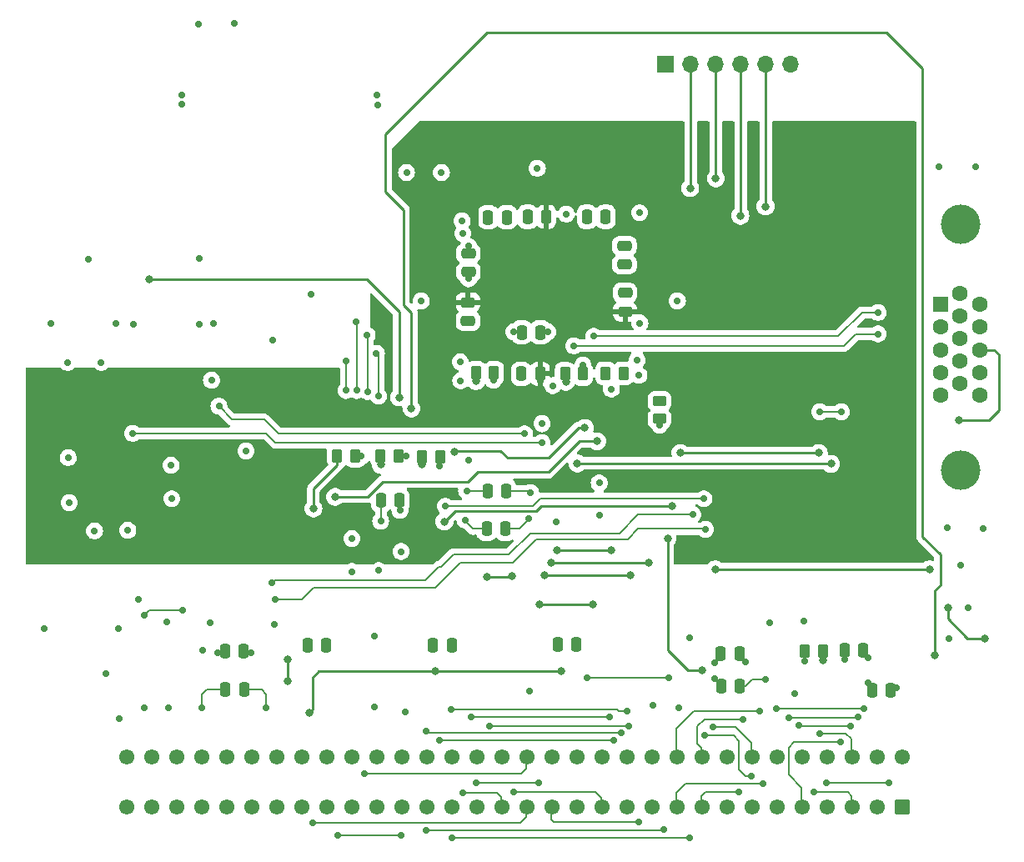
<source format=gbl>
G04 #@! TF.GenerationSoftware,KiCad,Pcbnew,8.0.5*
G04 #@! TF.CreationDate,2024-10-19T15:21:04+01:00*
G04 #@! TF.ProjectId,GfxVGA,47667856-4741-42e6-9b69-6361645f7063,rev?*
G04 #@! TF.SameCoordinates,Original*
G04 #@! TF.FileFunction,Copper,L4,Bot*
G04 #@! TF.FilePolarity,Positive*
%FSLAX46Y46*%
G04 Gerber Fmt 4.6, Leading zero omitted, Abs format (unit mm)*
G04 Created by KiCad (PCBNEW 8.0.5) date 2024-10-19 15:21:04*
%MOMM*%
%LPD*%
G01*
G04 APERTURE LIST*
G04 Aperture macros list*
%AMRoundRect*
0 Rectangle with rounded corners*
0 $1 Rounding radius*
0 $2 $3 $4 $5 $6 $7 $8 $9 X,Y pos of 4 corners*
0 Add a 4 corners polygon primitive as box body*
4,1,4,$2,$3,$4,$5,$6,$7,$8,$9,$2,$3,0*
0 Add four circle primitives for the rounded corners*
1,1,$1+$1,$2,$3*
1,1,$1+$1,$4,$5*
1,1,$1+$1,$6,$7*
1,1,$1+$1,$8,$9*
0 Add four rect primitives between the rounded corners*
20,1,$1+$1,$2,$3,$4,$5,0*
20,1,$1+$1,$4,$5,$6,$7,0*
20,1,$1+$1,$6,$7,$8,$9,0*
20,1,$1+$1,$8,$9,$2,$3,0*%
G04 Aperture macros list end*
G04 #@! TA.AperFunction,ComponentPad*
%ADD10RoundRect,0.249999X0.525001X0.525001X-0.525001X0.525001X-0.525001X-0.525001X0.525001X-0.525001X0*%
G04 #@! TD*
G04 #@! TA.AperFunction,ComponentPad*
%ADD11C,1.550000*%
G04 #@! TD*
G04 #@! TA.AperFunction,ComponentPad*
%ADD12C,4.000000*%
G04 #@! TD*
G04 #@! TA.AperFunction,ComponentPad*
%ADD13R,1.600000X1.600000*%
G04 #@! TD*
G04 #@! TA.AperFunction,ComponentPad*
%ADD14C,1.600000*%
G04 #@! TD*
G04 #@! TA.AperFunction,ComponentPad*
%ADD15R,1.700000X1.700000*%
G04 #@! TD*
G04 #@! TA.AperFunction,ComponentPad*
%ADD16O,1.700000X1.700000*%
G04 #@! TD*
G04 #@! TA.AperFunction,SMDPad,CuDef*
%ADD17RoundRect,0.250000X-0.250000X-0.475000X0.250000X-0.475000X0.250000X0.475000X-0.250000X0.475000X0*%
G04 #@! TD*
G04 #@! TA.AperFunction,SMDPad,CuDef*
%ADD18RoundRect,0.250000X-0.475000X0.250000X-0.475000X-0.250000X0.475000X-0.250000X0.475000X0.250000X0*%
G04 #@! TD*
G04 #@! TA.AperFunction,SMDPad,CuDef*
%ADD19RoundRect,0.250000X0.262500X0.450000X-0.262500X0.450000X-0.262500X-0.450000X0.262500X-0.450000X0*%
G04 #@! TD*
G04 #@! TA.AperFunction,SMDPad,CuDef*
%ADD20RoundRect,0.250000X0.475000X-0.250000X0.475000X0.250000X-0.475000X0.250000X-0.475000X-0.250000X0*%
G04 #@! TD*
G04 #@! TA.AperFunction,SMDPad,CuDef*
%ADD21RoundRect,0.250000X0.250000X0.475000X-0.250000X0.475000X-0.250000X-0.475000X0.250000X-0.475000X0*%
G04 #@! TD*
G04 #@! TA.AperFunction,SMDPad,CuDef*
%ADD22RoundRect,0.250000X-0.450000X0.262500X-0.450000X-0.262500X0.450000X-0.262500X0.450000X0.262500X0*%
G04 #@! TD*
G04 #@! TA.AperFunction,SMDPad,CuDef*
%ADD23RoundRect,0.250000X-0.262500X-0.450000X0.262500X-0.450000X0.262500X0.450000X-0.262500X0.450000X0*%
G04 #@! TD*
G04 #@! TA.AperFunction,ViaPad*
%ADD24C,0.700000*%
G04 #@! TD*
G04 #@! TA.AperFunction,ViaPad*
%ADD25C,0.800000*%
G04 #@! TD*
G04 #@! TA.AperFunction,Conductor*
%ADD26C,0.210000*%
G04 #@! TD*
G04 #@! TA.AperFunction,Conductor*
%ADD27C,0.254000*%
G04 #@! TD*
G04 #@! TA.AperFunction,Conductor*
%ADD28C,0.250000*%
G04 #@! TD*
G04 APERTURE END LIST*
D10*
X188995000Y-144678400D03*
D11*
X186455000Y-144678400D03*
X183915000Y-144678400D03*
X181375000Y-144678400D03*
X178835000Y-144678400D03*
X176295000Y-144678400D03*
X173755000Y-144678400D03*
X171215000Y-144678400D03*
X168675000Y-144678400D03*
X166135000Y-144678400D03*
X163595000Y-144678400D03*
X161055000Y-144678400D03*
X158515000Y-144678400D03*
X155975000Y-144678400D03*
X153435000Y-144678400D03*
X150895000Y-144678400D03*
X148355000Y-144678400D03*
X145815000Y-144678400D03*
X143275000Y-144678400D03*
X140735000Y-144678400D03*
X138195000Y-144678400D03*
X135655000Y-144678400D03*
X133115000Y-144678400D03*
X130575000Y-144678400D03*
X128035000Y-144678400D03*
X125495000Y-144678400D03*
X122955000Y-144678400D03*
X120415000Y-144678400D03*
X117875000Y-144678400D03*
X115335000Y-144678400D03*
X112795000Y-144678400D03*
X110255000Y-144678400D03*
X188995000Y-139598400D03*
X186455000Y-139598400D03*
X183915000Y-139598400D03*
X181375000Y-139598400D03*
X178835000Y-139598400D03*
X176295000Y-139598400D03*
X173755000Y-139598400D03*
X171215000Y-139598400D03*
X168675000Y-139598400D03*
X166135000Y-139598400D03*
X163595000Y-139598400D03*
X161055000Y-139598400D03*
X158515000Y-139598400D03*
X155975000Y-139598400D03*
X153435000Y-139598400D03*
X150895000Y-139598400D03*
X148355000Y-139598400D03*
X145815000Y-139598400D03*
X143275000Y-139598400D03*
X140735000Y-139598400D03*
X138195000Y-139598400D03*
X135655000Y-139598400D03*
X133115000Y-139598400D03*
X130575000Y-139598400D03*
X128035000Y-139598400D03*
X125495000Y-139598400D03*
X122955000Y-139598400D03*
X120415000Y-139598400D03*
X117875000Y-139598400D03*
X115335000Y-139598400D03*
X112795000Y-139598400D03*
X110255000Y-139598400D03*
D12*
X194970400Y-110445600D03*
X194970400Y-85445600D03*
D13*
X192920400Y-93630600D03*
D14*
X192920400Y-95920600D03*
X192920400Y-98210600D03*
X192920400Y-100500600D03*
X192920400Y-102790600D03*
X194900400Y-92485600D03*
X194900400Y-94775600D03*
X194900400Y-97065600D03*
X194900400Y-99355600D03*
X194900400Y-101645600D03*
X196880400Y-93630600D03*
X196880400Y-95920600D03*
X196880400Y-98210600D03*
X196880400Y-100500600D03*
X196880400Y-102790600D03*
D15*
X164998400Y-69240400D03*
D16*
X167538400Y-69240400D03*
X170078400Y-69240400D03*
X172618400Y-69240400D03*
X175158400Y-69240400D03*
X177698400Y-69240400D03*
D17*
X183164400Y-128727200D03*
X185064400Y-128727200D03*
D18*
X160833000Y-87650400D03*
X160833000Y-89550400D03*
D17*
X170611800Y-129057400D03*
X172511800Y-129057400D03*
D19*
X142100000Y-109075000D03*
X140275000Y-109075000D03*
D20*
X160883800Y-94325600D03*
X160883800Y-92425600D03*
D19*
X147574200Y-100553600D03*
X145749200Y-100553600D03*
X137875000Y-109025000D03*
X136050000Y-109025000D03*
D17*
X157023000Y-84704000D03*
X158923000Y-84704000D03*
D21*
X152247800Y-100655200D03*
X150347800Y-100655200D03*
X148895000Y-84754800D03*
X146995000Y-84754800D03*
D17*
X128650000Y-128200000D03*
X130550000Y-128200000D03*
D21*
X138000000Y-113500000D03*
X136100000Y-113500000D03*
D17*
X120243600Y-128828800D03*
X122143600Y-128828800D03*
D22*
X164389000Y-103402200D03*
X164389000Y-105227200D03*
D23*
X158902600Y-100604400D03*
X160727600Y-100604400D03*
D17*
X154025000Y-128125000D03*
X155925000Y-128125000D03*
D23*
X179124600Y-128778000D03*
X180949600Y-128778000D03*
D19*
X133475000Y-108975000D03*
X131650000Y-108975000D03*
D21*
X152908200Y-84704000D03*
X151008200Y-84704000D03*
D18*
X144983400Y-88412400D03*
X144983400Y-90312400D03*
X144932600Y-93390800D03*
X144932600Y-95290800D03*
D17*
X146831800Y-116382000D03*
X148731800Y-116382000D03*
X120294400Y-132740400D03*
X122194400Y-132740400D03*
D21*
X152298600Y-96438800D03*
X150398600Y-96438800D03*
D17*
X170637200Y-132384800D03*
X172537200Y-132384800D03*
X141375000Y-128200000D03*
X143275000Y-128200000D03*
X146933400Y-112572000D03*
X148833400Y-112572000D03*
D23*
X154787800Y-100655200D03*
X156612800Y-100655200D03*
D21*
X187850000Y-132825000D03*
X185950000Y-132825000D03*
D24*
X117650000Y-95600000D03*
X114350000Y-125850000D03*
X175150000Y-131725000D03*
X160833000Y-89550400D03*
X133150000Y-117400000D03*
X135725000Y-72300000D03*
X164400000Y-105900000D03*
X163700000Y-134300000D03*
X151300000Y-112700000D03*
X173100000Y-129950000D03*
X196443600Y-79654400D03*
X125150000Y-97250000D03*
X130550000Y-128200000D03*
X146995000Y-84754800D03*
X135450000Y-127300000D03*
X135450000Y-134450000D03*
X144932600Y-95290800D03*
X104350000Y-109150000D03*
X158259000Y-111743200D03*
X151150000Y-132900000D03*
X104300000Y-99500000D03*
X138550000Y-135000000D03*
X114800000Y-109950000D03*
X109150000Y-95550000D03*
X135884100Y-120637800D03*
X150347800Y-100655200D03*
X145000000Y-91000000D03*
X175600000Y-125950000D03*
X151100000Y-115350000D03*
X185525000Y-132000000D03*
X156616400Y-99745800D03*
X138700000Y-80200000D03*
X118900000Y-101300000D03*
X185550000Y-129450000D03*
X162100000Y-99250000D03*
X110400000Y-116550000D03*
X144350000Y-85100000D03*
X158923000Y-84704000D03*
X117650000Y-88950000D03*
X118750000Y-125950000D03*
X151008200Y-84704000D03*
X149600000Y-96400000D03*
X193750000Y-127550000D03*
X153550000Y-101850000D03*
X112050000Y-134550000D03*
X122400000Y-108500000D03*
X143275000Y-128200000D03*
X117550000Y-65125000D03*
X125275000Y-126100000D03*
X145000000Y-109400000D03*
X160883800Y-92425600D03*
X136075000Y-115625000D03*
X115900000Y-73275000D03*
X109500000Y-135700000D03*
X197256400Y-116332000D03*
X114850000Y-113350000D03*
X101900000Y-126500000D03*
X124450000Y-134550000D03*
X155925000Y-128125000D03*
X111450000Y-123550000D03*
X162350000Y-84300000D03*
X114554000Y-134554000D03*
X122950000Y-129000000D03*
X109475000Y-126550000D03*
X159500000Y-102200000D03*
X157023000Y-84704000D03*
X144200000Y-101350000D03*
X166200000Y-93250000D03*
X162400000Y-95500000D03*
X142075000Y-110025000D03*
X158259000Y-115045200D03*
X170000000Y-130000000D03*
X144800000Y-112550000D03*
X158902600Y-100604400D03*
X133184100Y-120737800D03*
X193598800Y-116306600D03*
X147523200Y-101320600D03*
X145000000Y-87700000D03*
X153050000Y-96400000D03*
X183200000Y-129700000D03*
X167450000Y-127450000D03*
X160833000Y-87650400D03*
X106400000Y-89000000D03*
X140200000Y-93250000D03*
X121225000Y-65100000D03*
X119100000Y-95550000D03*
X102550000Y-95500000D03*
X148895000Y-84754800D03*
X153900000Y-115650000D03*
X107700000Y-99500000D03*
X142250000Y-80200000D03*
X144150000Y-99450000D03*
X152450000Y-105700000D03*
X117975000Y-128725000D03*
X179000000Y-125800000D03*
X192786000Y-79629000D03*
X138150000Y-118700000D03*
X110950000Y-95650000D03*
X179150000Y-129800000D03*
X154925000Y-84425000D03*
X115875000Y-72300000D03*
X134125000Y-109025000D03*
X195700000Y-124400000D03*
X144400000Y-86400000D03*
X135775000Y-73375000D03*
X138675000Y-109025000D03*
X151975000Y-79775000D03*
X129000000Y-92550000D03*
X107025000Y-116600000D03*
X104450000Y-113750000D03*
X119500000Y-128975000D03*
X162300000Y-100800000D03*
X138025000Y-114525000D03*
X194950000Y-120100000D03*
X154025000Y-128125000D03*
X108200000Y-131100000D03*
X117925000Y-134575000D03*
X141375000Y-128200000D03*
X188475000Y-132500000D03*
X178150000Y-133150000D03*
X170025000Y-131575000D03*
X144650000Y-115500000D03*
X166325000Y-134575000D03*
X128650000Y-128200000D03*
X113200000Y-111450000D03*
X110650000Y-111450000D03*
X144932600Y-93390800D03*
X160883800Y-94325600D03*
X144150000Y-97700000D03*
X118300000Y-110000000D03*
X152908200Y-84704000D03*
X106950000Y-111450000D03*
X118150000Y-113450000D03*
X125400000Y-102100000D03*
X104400000Y-111425000D03*
X152273000Y-101422200D03*
X122400000Y-115100000D03*
D25*
X137950000Y-103050000D03*
X112550000Y-91050000D03*
X156050000Y-109750000D03*
X181800000Y-109800000D03*
D24*
X160500000Y-137150000D03*
X140690600Y-136950000D03*
X143250000Y-134750000D03*
X161100000Y-134950000D03*
X134400000Y-141250000D03*
X159300000Y-135500000D03*
X145250000Y-135500000D03*
X161300000Y-136400000D03*
X147150000Y-136400000D03*
X174575000Y-134875000D03*
X172825000Y-135750000D03*
X169825000Y-136525000D03*
X176250000Y-134675000D03*
X185100000Y-134675000D03*
X183762500Y-136462500D03*
X178525000Y-136375000D03*
X180618600Y-137175000D03*
X138150000Y-147500000D03*
X131750000Y-147500000D03*
X164800000Y-146900000D03*
X140700000Y-147050000D03*
X165350000Y-131500000D03*
X157000000Y-131500000D03*
X167450000Y-147800000D03*
X143300000Y-147800000D03*
X145800000Y-142200000D03*
X152100000Y-142150000D03*
X144450000Y-143200000D03*
X129200000Y-146250000D03*
X162250000Y-146150000D03*
X149600000Y-143150000D03*
X159750000Y-137900000D03*
X142050000Y-137850000D03*
X174925000Y-142275000D03*
X172400000Y-143125000D03*
X173700000Y-141475000D03*
X168950000Y-137400000D03*
X184537500Y-135537500D03*
X177500000Y-135550000D03*
X182750000Y-138050000D03*
X181325000Y-142200000D03*
X187650000Y-142150000D03*
X180050000Y-143150000D03*
D25*
X167500000Y-81800000D03*
X172600000Y-84600000D03*
X170100000Y-80800000D03*
X175150000Y-83650000D03*
X194767200Y-105333800D03*
X129250000Y-114325000D03*
X192350000Y-129200000D03*
X139200000Y-104175000D03*
X136075000Y-109875000D03*
X140225000Y-109875000D03*
X166500000Y-108700000D03*
X160727600Y-100604400D03*
X180550000Y-108700000D03*
X165700000Y-114050000D03*
X142550000Y-115650000D03*
X158050000Y-107500000D03*
X131450000Y-113150000D03*
X154889200Y-101473000D03*
X156800000Y-106150000D03*
X143600000Y-108600000D03*
X145745200Y-101396800D03*
X170050000Y-120500000D03*
X191800000Y-120500000D03*
X164389000Y-103402200D03*
X180950000Y-129750000D03*
D24*
X186582600Y-94422800D03*
X157700000Y-96850000D03*
X186582600Y-96607200D03*
X155700000Y-97800000D03*
X182850000Y-104500000D03*
X180650000Y-104500000D03*
X150700000Y-106750000D03*
X116000000Y-124650000D03*
X112050000Y-125200000D03*
X119650000Y-103950000D03*
X110900000Y-106700000D03*
X152450000Y-107650000D03*
X134750000Y-102450000D03*
X134700000Y-96700000D03*
D25*
X168700000Y-130800000D03*
X165200000Y-117400000D03*
D24*
X167750000Y-114950000D03*
X125050000Y-121900000D03*
D25*
X141650000Y-130850000D03*
X154430000Y-130850000D03*
X128800000Y-135050000D03*
D24*
X135650000Y-98600000D03*
X135850000Y-102900000D03*
X133650000Y-102350000D03*
X133600000Y-95350000D03*
X168900000Y-113350000D03*
X142650000Y-114100000D03*
X132550000Y-99350000D03*
X132550000Y-102350000D03*
X169050000Y-116450000D03*
X125325000Y-123525000D03*
D25*
X149450000Y-121200000D03*
X146900000Y-121250000D03*
X126600000Y-131900000D03*
X126600000Y-129700000D03*
X159500000Y-118550000D03*
X153950000Y-118600000D03*
X161450000Y-121150000D03*
X152750000Y-121150000D03*
X163300000Y-119850000D03*
X153400000Y-119850000D03*
X152200000Y-124100000D03*
X157595000Y-124050000D03*
X193650000Y-124450000D03*
X197434200Y-127558800D03*
D26*
X172511800Y-129361800D02*
X173100000Y-129950000D01*
X122143600Y-128828800D02*
X122778800Y-128828800D01*
X185525000Y-132000000D02*
X185525000Y-132400000D01*
X148731800Y-116382000D02*
X150168000Y-116382000D01*
X164389000Y-105227200D02*
X164389000Y-105889000D01*
D27*
X156612800Y-99749400D02*
X156616400Y-99745800D01*
D26*
X151172000Y-112572000D02*
X148833400Y-112572000D01*
X150398600Y-96438800D02*
X149638800Y-96438800D01*
X149638800Y-96438800D02*
X149600000Y-96400000D01*
X136100000Y-115600000D02*
X136075000Y-115625000D01*
X173800000Y-131725000D02*
X173140200Y-132384800D01*
X144983400Y-90983400D02*
X145000000Y-91000000D01*
X185550000Y-129450000D02*
X185550000Y-129212800D01*
X144983400Y-90312400D02*
X144983400Y-90983400D01*
X122778800Y-128828800D02*
X122950000Y-129000000D01*
X164389000Y-105889000D02*
X164400000Y-105900000D01*
X151100000Y-115450000D02*
X151100000Y-115350000D01*
X123990400Y-132740400D02*
X124450000Y-133200000D01*
X136100000Y-113500000D02*
X136100000Y-115600000D01*
X124450000Y-133200000D02*
X124450000Y-134550000D01*
D27*
X156612800Y-100655200D02*
X156612800Y-99749400D01*
D26*
X185550000Y-129212800D02*
X185064400Y-128727200D01*
X151300000Y-112700000D02*
X151172000Y-112572000D01*
X173140200Y-132384800D02*
X172537200Y-132384800D01*
X185525000Y-132400000D02*
X185950000Y-132825000D01*
X122194400Y-132740400D02*
X123990400Y-132740400D01*
X150168000Y-116382000D02*
X151100000Y-115450000D01*
X175150000Y-131725000D02*
X173800000Y-131725000D01*
X153011200Y-96438800D02*
X153050000Y-96400000D01*
X134075000Y-108975000D02*
X134125000Y-109025000D01*
X144800000Y-112550000D02*
X144822000Y-112572000D01*
X119646200Y-128828800D02*
X119500000Y-128975000D01*
X179124600Y-128778000D02*
X179124600Y-129774600D01*
X142100000Y-109075000D02*
X142100000Y-110000000D01*
X120243600Y-128828800D02*
X119646200Y-128828800D01*
X144983400Y-87716600D02*
X145000000Y-87700000D01*
X142100000Y-110000000D02*
X142075000Y-110025000D01*
X152298600Y-96438800D02*
X153011200Y-96438800D01*
X144983400Y-88412400D02*
X144983400Y-87716600D01*
X144822000Y-112572000D02*
X146933400Y-112572000D01*
D27*
X147574200Y-101269600D02*
X147523200Y-101320600D01*
D26*
X183164400Y-128727200D02*
X183164400Y-129664400D01*
X138000000Y-114500000D02*
X138025000Y-114525000D01*
X137875000Y-109025000D02*
X138675000Y-109025000D01*
X179124600Y-129774600D02*
X179150000Y-129800000D01*
D27*
X147574200Y-100553600D02*
X147574200Y-101269600D01*
D26*
X183164400Y-129664400D02*
X183200000Y-129700000D01*
X138000000Y-113500000D02*
X138000000Y-114500000D01*
X170611800Y-129388200D02*
X170000000Y-130000000D01*
X133475000Y-108975000D02*
X134075000Y-108975000D01*
X144650000Y-115600000D02*
X144650000Y-115500000D01*
X117925000Y-133225000D02*
X117925000Y-134575000D01*
X145450000Y-116400000D02*
X144650000Y-115600000D01*
X120294400Y-132740400D02*
X118409600Y-132740400D01*
X188475000Y-132500000D02*
X188150000Y-132825000D01*
X146831800Y-116382000D02*
X145468000Y-116382000D01*
X118409600Y-132740400D02*
X117925000Y-133225000D01*
X145468000Y-116382000D02*
X145450000Y-116400000D01*
X170637200Y-132187200D02*
X170025000Y-131575000D01*
D27*
X152247800Y-101397000D02*
X152273000Y-101422200D01*
X152247800Y-100655200D02*
X152247800Y-101397000D01*
D28*
X137950000Y-103050000D02*
X137950000Y-94350000D01*
X134650000Y-91050000D02*
X112550000Y-91050000D01*
X137950000Y-94350000D02*
X134650000Y-91050000D01*
X181800000Y-109800000D02*
X181750000Y-109750000D01*
X181750000Y-109750000D02*
X156050000Y-109750000D01*
D26*
X140690600Y-136950000D02*
X140890600Y-137150000D01*
X140890600Y-137150000D02*
X160500000Y-137150000D01*
X161100000Y-134950000D02*
X160250000Y-134950000D01*
X160050000Y-134750000D02*
X143250000Y-134750000D01*
X160250000Y-134950000D02*
X160050000Y-134750000D01*
X150350600Y-141250000D02*
X150850600Y-140750000D01*
X134400000Y-141250000D02*
X150350600Y-141250000D01*
X150850600Y-140750000D02*
X150850600Y-139598400D01*
X145250000Y-135500000D02*
X159300000Y-135500000D01*
X161300000Y-136400000D02*
X147150000Y-136400000D01*
X167900000Y-134875000D02*
X166090600Y-136684400D01*
X166090600Y-136684400D02*
X166090600Y-139598400D01*
X174575000Y-134875000D02*
X167900000Y-134875000D01*
X168225000Y-136475000D02*
X168225000Y-138225000D01*
X168630600Y-138630600D02*
X168630600Y-139598400D01*
X172825000Y-135750000D02*
X168950000Y-135750000D01*
X168950000Y-135750000D02*
X168225000Y-136475000D01*
X168225000Y-138225000D02*
X168630600Y-138630600D01*
X173710600Y-138110600D02*
X173710600Y-139598400D01*
X169825000Y-136525000D02*
X172125000Y-136525000D01*
X172125000Y-136525000D02*
X173710600Y-138110600D01*
X176250000Y-134675000D02*
X185100000Y-134675000D01*
X178600000Y-136450000D02*
X178525000Y-136375000D01*
X183762500Y-136462500D02*
X183750000Y-136450000D01*
X183750000Y-136450000D02*
X178600000Y-136450000D01*
X183300000Y-137175000D02*
X183870600Y-137745600D01*
X183870600Y-137745600D02*
X183870600Y-139598400D01*
X180618600Y-137175000D02*
X183300000Y-137175000D01*
X131750000Y-147500000D02*
X138150000Y-147500000D01*
X164800000Y-146900000D02*
X164650000Y-147050000D01*
X164650000Y-147050000D02*
X140700000Y-147050000D01*
X143300000Y-147800000D02*
X167450000Y-147800000D01*
X165350000Y-131500000D02*
X157000000Y-131500000D01*
X145850000Y-142150000D02*
X145800000Y-142200000D01*
X152100000Y-142150000D02*
X145850000Y-142150000D01*
X144450000Y-143200000D02*
X147900000Y-143200000D01*
X147900000Y-143200000D02*
X148310600Y-143610600D01*
X148310600Y-143610600D02*
X148310600Y-144678400D01*
X150250000Y-146250000D02*
X150850600Y-145649400D01*
X129200000Y-146250000D02*
X150250000Y-146250000D01*
X150850600Y-145649400D02*
X150850600Y-144678400D01*
X153600000Y-146150000D02*
X153390600Y-145940600D01*
X153390600Y-145940600D02*
X153390600Y-144678400D01*
X162250000Y-146150000D02*
X153600000Y-146150000D01*
X158470600Y-143720600D02*
X158470600Y-144678400D01*
X157900000Y-143150000D02*
X158470600Y-143720600D01*
X149600000Y-143150000D02*
X157900000Y-143150000D01*
X159700000Y-137850000D02*
X159750000Y-137900000D01*
X142050000Y-137850000D02*
X159700000Y-137850000D01*
X174925000Y-142275000D02*
X167050000Y-142275000D01*
X167050000Y-142275000D02*
X166090600Y-143234400D01*
X166090600Y-143234400D02*
X166090600Y-144678400D01*
X168630600Y-143575000D02*
X168630600Y-144678400D01*
X169080600Y-143125000D02*
X168630600Y-143575000D01*
X172400000Y-143125000D02*
X169080600Y-143125000D01*
X172475000Y-137975000D02*
X172475000Y-140825000D01*
X173125000Y-141475000D02*
X173700000Y-141475000D01*
X172475000Y-140825000D02*
X173125000Y-141475000D01*
X171900000Y-137400000D02*
X172475000Y-137975000D01*
X168950000Y-137400000D02*
X171900000Y-137400000D01*
X184525000Y-135550000D02*
X184537500Y-135537500D01*
X177500000Y-135550000D02*
X184525000Y-135550000D01*
X178790600Y-142665600D02*
X178790600Y-144678400D01*
X177500000Y-138625000D02*
X177500000Y-141375000D01*
X182725000Y-138075000D02*
X178050000Y-138075000D01*
X177500000Y-141375000D02*
X178790600Y-142665600D01*
X178050000Y-138075000D02*
X177500000Y-138625000D01*
X182750000Y-138050000D02*
X182725000Y-138075000D01*
X181325000Y-142200000D02*
X187600000Y-142200000D01*
X187600000Y-142200000D02*
X187650000Y-142150000D01*
X183500000Y-143150000D02*
X183870600Y-143520600D01*
X183870600Y-143520600D02*
X183870600Y-144678400D01*
X180050000Y-143150000D02*
X183500000Y-143150000D01*
D28*
X167538400Y-81761600D02*
X167538400Y-69240400D01*
X167500000Y-81800000D02*
X167538400Y-81761600D01*
X172600000Y-84100000D02*
X172618400Y-84081600D01*
X172600000Y-84600000D02*
X172600000Y-84100000D01*
X172618400Y-84081600D02*
X172618400Y-69240400D01*
X170078400Y-80778400D02*
X170078400Y-69240400D01*
X170100000Y-80800000D02*
X170078400Y-80778400D01*
X175150000Y-83650000D02*
X175158400Y-83641600D01*
X175158400Y-83641600D02*
X175158400Y-69240400D01*
D27*
X194767200Y-105333800D02*
X197840600Y-105333800D01*
X198831200Y-104343200D02*
X198831200Y-98679000D01*
X197840600Y-105333800D02*
X198831200Y-104343200D01*
X198831200Y-98679000D02*
X198362800Y-98210600D01*
X198362800Y-98210600D02*
X196880400Y-98210600D01*
D28*
X129250000Y-114325000D02*
X129250000Y-112300000D01*
X131650000Y-109900000D02*
X131650000Y-108975000D01*
X129250000Y-112300000D02*
X131650000Y-109900000D01*
X146900000Y-65950000D02*
X187400000Y-65950000D01*
X192900000Y-119000000D02*
X192900000Y-122100000D01*
X192900000Y-122100000D02*
X192350000Y-122650000D01*
X191100000Y-69650000D02*
X191100000Y-117200000D01*
X138400000Y-93650000D02*
X138400000Y-84000000D01*
X136550000Y-82150000D02*
X136550000Y-76300000D01*
X187400000Y-65950000D02*
X191100000Y-69650000D01*
X138400000Y-84000000D02*
X136550000Y-82150000D01*
X191100000Y-117200000D02*
X192900000Y-119000000D01*
X139200000Y-94450000D02*
X138400000Y-93650000D01*
X136075000Y-109875000D02*
X136075000Y-109050000D01*
X136550000Y-76300000D02*
X146900000Y-65950000D01*
X192350000Y-122650000D02*
X192350000Y-129200000D01*
X139200000Y-104175000D02*
X139200000Y-94450000D01*
X140225000Y-109875000D02*
X140225000Y-109125000D01*
X166500000Y-108700000D02*
X180550000Y-108700000D01*
X151850000Y-114550000D02*
X143650000Y-114550000D01*
X165700000Y-114050000D02*
X152350000Y-114050000D01*
X152350000Y-114050000D02*
X151850000Y-114550000D01*
X143650000Y-114550000D02*
X142550000Y-115650000D01*
X136300000Y-111600000D02*
X144950000Y-111600000D01*
X153100000Y-110650000D02*
X156250000Y-107500000D01*
X131450000Y-113150000D02*
X134750000Y-113150000D01*
X144950000Y-111600000D02*
X145900000Y-110650000D01*
X145900000Y-110650000D02*
X153100000Y-110650000D01*
X134750000Y-113150000D02*
X136300000Y-111600000D01*
X158050000Y-107500000D02*
X156250000Y-107500000D01*
D27*
X154787800Y-101371600D02*
X154889200Y-101473000D01*
D28*
X156800000Y-106150000D02*
X156150000Y-106150000D01*
X143700000Y-108500000D02*
X143600000Y-108600000D01*
D27*
X154787800Y-100655200D02*
X154787800Y-101371600D01*
D28*
X148950000Y-109200000D02*
X148250000Y-108500000D01*
X156150000Y-106150000D02*
X153100000Y-109200000D01*
X153100000Y-109200000D02*
X148950000Y-109200000D01*
X148250000Y-108500000D02*
X143700000Y-108500000D01*
D27*
X145745200Y-101396800D02*
X145745200Y-100557600D01*
D28*
X170050000Y-120500000D02*
X191800000Y-120500000D01*
X180950000Y-129750000D02*
X180950000Y-128778400D01*
D26*
X182550000Y-96850000D02*
X184977200Y-94422800D01*
X184977200Y-94422800D02*
X186582600Y-94422800D01*
X157700000Y-96850000D02*
X182550000Y-96850000D01*
X183100000Y-97800000D02*
X184292800Y-96607200D01*
X155700000Y-97800000D02*
X183100000Y-97800000D01*
X184292800Y-96607200D02*
X186582600Y-96607200D01*
X180650000Y-104500000D02*
X182850000Y-104500000D01*
X125700000Y-106750000D02*
X150700000Y-106750000D01*
X124250000Y-105300000D02*
X125700000Y-106750000D01*
X116000000Y-124650000D02*
X112600000Y-124650000D01*
X112600000Y-124650000D02*
X112050000Y-125200000D01*
X119650000Y-103950000D02*
X121000000Y-105300000D01*
X121000000Y-105300000D02*
X124250000Y-105300000D01*
X110900000Y-106700000D02*
X124450000Y-106700000D01*
X124450000Y-106700000D02*
X125400000Y-107650000D01*
X125400000Y-107650000D02*
X152450000Y-107650000D01*
X134750000Y-102450000D02*
X134750000Y-96750000D01*
X134750000Y-96750000D02*
X134700000Y-96700000D01*
D28*
X167300000Y-130800000D02*
X168700000Y-130800000D01*
X165200000Y-117400000D02*
X165200000Y-128700000D01*
X165200000Y-128700000D02*
X167300000Y-130800000D01*
D26*
X143450000Y-119000000D02*
X149100000Y-119000000D01*
X149100000Y-119000000D02*
X151250000Y-116850000D01*
X125300000Y-121650000D02*
X125050000Y-121900000D01*
X162200000Y-114950000D02*
X167750000Y-114950000D01*
X125300000Y-121650000D02*
X140600000Y-121650000D01*
X160300000Y-116850000D02*
X162200000Y-114950000D01*
X151250000Y-116850000D02*
X160300000Y-116850000D01*
X143450000Y-119000000D02*
X142200000Y-120250000D01*
X142200000Y-120250000D02*
X142000000Y-120250000D01*
X142000000Y-120250000D02*
X140600000Y-121650000D01*
D28*
X128800000Y-135050000D02*
X129150000Y-134700000D01*
X129800000Y-130850000D02*
X142650000Y-130850000D01*
X129150000Y-134700000D02*
X129150000Y-131500000D01*
X129150000Y-131500000D02*
X129800000Y-130850000D01*
X142650000Y-130850000D02*
X154430000Y-130850000D01*
X141650000Y-130850000D02*
X142650000Y-130850000D01*
D26*
X135850000Y-102900000D02*
X135850000Y-98800000D01*
X135850000Y-98800000D02*
X135650000Y-98600000D01*
X133650000Y-95400000D02*
X133600000Y-95350000D01*
X133650000Y-102350000D02*
X133650000Y-95400000D01*
X142650000Y-114100000D02*
X151500000Y-114100000D01*
X152300000Y-113300000D02*
X168850000Y-113300000D01*
X168900000Y-113350000D02*
X168850000Y-113300000D01*
X151500000Y-114100000D02*
X152300000Y-113300000D01*
X132550000Y-99350000D02*
X132550000Y-102350000D01*
X129250000Y-122350000D02*
X141600000Y-122350000D01*
X151850000Y-117450000D02*
X161150000Y-117450000D01*
X129250000Y-122350000D02*
X128075000Y-123525000D01*
X169000000Y-116400000D02*
X169050000Y-116450000D01*
X144150000Y-119800000D02*
X149500000Y-119800000D01*
X161150000Y-117450000D02*
X162200000Y-116400000D01*
X162200000Y-116400000D02*
X169000000Y-116400000D01*
X128075000Y-123525000D02*
X125325000Y-123525000D01*
X149500000Y-119800000D02*
X151850000Y-117450000D01*
X141600000Y-122350000D02*
X144150000Y-119800000D01*
D28*
X149400000Y-121250000D02*
X149450000Y-121200000D01*
X146900000Y-121250000D02*
X149400000Y-121250000D01*
X126600000Y-131900000D02*
X126600000Y-129700000D01*
X153950000Y-118600000D02*
X159450000Y-118600000D01*
X159450000Y-118600000D02*
X159500000Y-118550000D01*
X161450000Y-121150000D02*
X152750000Y-121150000D01*
X153400000Y-119850000D02*
X163300000Y-119850000D01*
X152250000Y-124050000D02*
X157595000Y-124050000D01*
X152200000Y-124100000D02*
X152250000Y-124050000D01*
X193650000Y-125550000D02*
X195658800Y-127558800D01*
X195658800Y-127558800D02*
X197434200Y-127558800D01*
X193650000Y-124450000D02*
X193650000Y-125550000D01*
G04 #@! TA.AperFunction,Conductor*
G36*
X166847021Y-75020002D02*
G01*
X166893514Y-75073658D01*
X166904900Y-75126000D01*
X166904900Y-81054826D01*
X166884898Y-81122947D01*
X166872537Y-81139136D01*
X166760961Y-81263054D01*
X166760958Y-81263058D01*
X166665476Y-81428438D01*
X166665473Y-81428445D01*
X166606457Y-81610072D01*
X166586496Y-81800000D01*
X166606457Y-81989927D01*
X166636526Y-82082470D01*
X166665473Y-82171556D01*
X166665476Y-82171561D01*
X166760958Y-82336941D01*
X166760965Y-82336951D01*
X166888744Y-82478864D01*
X166888747Y-82478866D01*
X167043248Y-82591118D01*
X167217712Y-82668794D01*
X167404513Y-82708500D01*
X167595487Y-82708500D01*
X167782288Y-82668794D01*
X167956752Y-82591118D01*
X168111253Y-82478866D01*
X168239040Y-82336944D01*
X168334527Y-82171556D01*
X168393542Y-81989928D01*
X168413504Y-81800000D01*
X168393542Y-81610072D01*
X168334527Y-81428444D01*
X168239040Y-81263056D01*
X168204262Y-81224431D01*
X168173546Y-81160424D01*
X168171900Y-81140122D01*
X168171900Y-75126000D01*
X168191902Y-75057879D01*
X168245558Y-75011386D01*
X168297900Y-75000000D01*
X169318900Y-75000000D01*
X169387021Y-75020002D01*
X169433514Y-75073658D01*
X169444900Y-75126000D01*
X169444900Y-80121464D01*
X169424898Y-80189585D01*
X169412536Y-80205774D01*
X169360965Y-80263048D01*
X169360958Y-80263058D01*
X169265476Y-80428438D01*
X169265473Y-80428444D01*
X169250999Y-80472986D01*
X169206457Y-80610072D01*
X169186496Y-80800000D01*
X169206457Y-80989927D01*
X169236526Y-81082470D01*
X169265473Y-81171556D01*
X169265476Y-81171561D01*
X169360958Y-81336941D01*
X169360965Y-81336951D01*
X169488744Y-81478864D01*
X169488747Y-81478866D01*
X169643248Y-81591118D01*
X169817712Y-81668794D01*
X170004513Y-81708500D01*
X170195487Y-81708500D01*
X170382288Y-81668794D01*
X170556752Y-81591118D01*
X170711253Y-81478866D01*
X170839040Y-81336944D01*
X170934527Y-81171556D01*
X170993542Y-80989928D01*
X171013504Y-80800000D01*
X170993542Y-80610072D01*
X170934527Y-80428444D01*
X170839040Y-80263056D01*
X170744262Y-80157794D01*
X170713546Y-80093787D01*
X170711900Y-80073485D01*
X170711900Y-75126000D01*
X170731902Y-75057879D01*
X170785558Y-75011386D01*
X170837900Y-75000000D01*
X171858900Y-75000000D01*
X171927021Y-75020002D01*
X171973514Y-75073658D01*
X171984900Y-75126000D01*
X171984900Y-83877039D01*
X171964898Y-83945160D01*
X171952537Y-83961349D01*
X171860957Y-84063059D01*
X171779332Y-84204439D01*
X171765473Y-84228444D01*
X171763430Y-84234731D01*
X171706457Y-84410072D01*
X171686496Y-84600000D01*
X171706457Y-84789927D01*
X171730833Y-84864945D01*
X171765473Y-84971556D01*
X171765476Y-84971561D01*
X171860958Y-85136941D01*
X171860965Y-85136951D01*
X171988744Y-85278864D01*
X171995125Y-85283500D01*
X172143248Y-85391118D01*
X172317712Y-85468794D01*
X172504513Y-85508500D01*
X172695487Y-85508500D01*
X172882288Y-85468794D01*
X173056752Y-85391118D01*
X173211253Y-85278866D01*
X173339040Y-85136944D01*
X173434527Y-84971556D01*
X173493542Y-84789928D01*
X173513504Y-84600000D01*
X173493542Y-84410072D01*
X173434527Y-84228444D01*
X173339040Y-84063056D01*
X173339038Y-84063054D01*
X173339034Y-84063048D01*
X173284264Y-84002220D01*
X173253546Y-83938213D01*
X173251900Y-83917910D01*
X173251900Y-75126000D01*
X173271902Y-75057879D01*
X173325558Y-75011386D01*
X173377900Y-75000000D01*
X174398900Y-75000000D01*
X174467021Y-75020002D01*
X174513514Y-75073658D01*
X174524900Y-75126000D01*
X174524900Y-82938145D01*
X174504898Y-83006266D01*
X174492537Y-83022455D01*
X174410957Y-83113059D01*
X174315476Y-83278438D01*
X174315473Y-83278445D01*
X174256457Y-83460072D01*
X174236496Y-83650000D01*
X174256457Y-83839927D01*
X174281695Y-83917599D01*
X174315473Y-84021556D01*
X174315476Y-84021561D01*
X174410958Y-84186941D01*
X174410965Y-84186951D01*
X174538744Y-84328864D01*
X174571169Y-84352422D01*
X174693248Y-84441118D01*
X174867712Y-84518794D01*
X175054513Y-84558500D01*
X175245487Y-84558500D01*
X175432288Y-84518794D01*
X175606752Y-84441118D01*
X175761253Y-84328866D01*
X175787244Y-84300000D01*
X175889034Y-84186951D01*
X175889035Y-84186949D01*
X175889040Y-84186944D01*
X175984527Y-84021556D01*
X176043542Y-83839928D01*
X176063504Y-83650000D01*
X176043542Y-83460072D01*
X175984527Y-83278444D01*
X175889040Y-83113056D01*
X175824263Y-83041113D01*
X175793546Y-82977105D01*
X175791900Y-82956803D01*
X175791900Y-75126000D01*
X175811902Y-75057879D01*
X175865558Y-75011386D01*
X175917900Y-75000000D01*
X190340500Y-75000000D01*
X190408621Y-75020002D01*
X190455114Y-75073658D01*
X190466500Y-75126000D01*
X190466500Y-117262396D01*
X190475671Y-117308500D01*
X190490845Y-117384785D01*
X190538600Y-117500075D01*
X190607929Y-117603833D01*
X190607931Y-117603835D01*
X192229595Y-119225499D01*
X192263621Y-119287811D01*
X192266500Y-119314594D01*
X192266500Y-119519199D01*
X192246498Y-119587320D01*
X192192842Y-119633813D01*
X192122568Y-119643917D01*
X192089253Y-119634306D01*
X192082292Y-119631206D01*
X191895487Y-119591500D01*
X191704513Y-119591500D01*
X191517711Y-119631206D01*
X191343247Y-119708882D01*
X191188747Y-119821133D01*
X191185437Y-119824810D01*
X191124991Y-119862050D01*
X191091800Y-119866500D01*
X170758200Y-119866500D01*
X170690079Y-119846498D01*
X170664563Y-119824810D01*
X170661252Y-119821133D01*
X170506752Y-119708882D01*
X170332288Y-119631206D01*
X170145487Y-119591500D01*
X169954513Y-119591500D01*
X169767711Y-119631206D01*
X169593247Y-119708882D01*
X169438747Y-119821133D01*
X169401906Y-119862050D01*
X169315232Y-119958310D01*
X169254788Y-119995550D01*
X169221597Y-120000000D01*
X165959500Y-120000000D01*
X165891379Y-119979998D01*
X165844886Y-119926342D01*
X165833500Y-119874000D01*
X165833500Y-118102524D01*
X165853502Y-118034403D01*
X165865858Y-118018220D01*
X165939040Y-117936944D01*
X166034527Y-117771556D01*
X166093542Y-117589928D01*
X166113504Y-117400000D01*
X166093542Y-117210072D01*
X166083262Y-117178436D01*
X166081235Y-117107469D01*
X166117897Y-117046671D01*
X166181609Y-117015346D01*
X166203096Y-117013500D01*
X168346053Y-117013500D01*
X168414174Y-117033502D01*
X168439689Y-117055189D01*
X168472387Y-117091504D01*
X168618385Y-117197578D01*
X168783248Y-117270980D01*
X168922247Y-117300524D01*
X168959767Y-117308500D01*
X168959768Y-117308500D01*
X169140233Y-117308500D01*
X169171175Y-117301922D01*
X169316752Y-117270980D01*
X169481615Y-117197578D01*
X169627613Y-117091504D01*
X169638352Y-117079577D01*
X169748361Y-116957400D01*
X169748362Y-116957398D01*
X169748367Y-116957393D01*
X169838599Y-116801107D01*
X169894365Y-116629475D01*
X169913229Y-116450000D01*
X169894365Y-116270525D01*
X169876811Y-116216498D01*
X169838601Y-116098897D01*
X169838598Y-116098891D01*
X169757541Y-115958497D01*
X169748367Y-115942607D01*
X169748365Y-115942605D01*
X169748361Y-115942599D01*
X169627615Y-115808497D01*
X169481615Y-115702422D01*
X169316752Y-115629020D01*
X169140233Y-115591500D01*
X169140232Y-115591500D01*
X168959768Y-115591500D01*
X168959767Y-115591500D01*
X168783250Y-115629019D01*
X168618383Y-115702422D01*
X168618383Y-115702423D01*
X168535783Y-115762436D01*
X168468915Y-115786294D01*
X168461722Y-115786500D01*
X168435039Y-115786500D01*
X168366918Y-115766498D01*
X168320425Y-115712842D01*
X168310321Y-115642568D01*
X168339815Y-115577988D01*
X168341403Y-115576190D01*
X168448361Y-115457400D01*
X168448362Y-115457398D01*
X168448367Y-115457393D01*
X168538599Y-115301107D01*
X168539319Y-115298893D01*
X168582040Y-115167408D01*
X168594365Y-115129475D01*
X168613229Y-114950000D01*
X168594365Y-114770525D01*
X168584936Y-114741504D01*
X168538601Y-114598897D01*
X168538598Y-114598891D01*
X168461692Y-114465687D01*
X168448367Y-114442607D01*
X168448365Y-114442605D01*
X168448361Y-114442599D01*
X168327615Y-114308497D01*
X168181615Y-114202422D01*
X168074221Y-114154607D01*
X168020125Y-114108626D01*
X167999476Y-114040699D01*
X168018829Y-113972391D01*
X168072039Y-113925390D01*
X168125470Y-113913500D01*
X168196053Y-113913500D01*
X168264174Y-113933502D01*
X168289689Y-113955189D01*
X168322387Y-113991504D01*
X168468385Y-114097578D01*
X168633248Y-114170980D01*
X168757217Y-114197330D01*
X168809767Y-114208500D01*
X168809768Y-114208500D01*
X168990233Y-114208500D01*
X169042783Y-114197330D01*
X169166752Y-114170980D01*
X169331615Y-114097578D01*
X169477613Y-113991504D01*
X169485434Y-113982818D01*
X169598361Y-113857400D01*
X169598362Y-113857398D01*
X169598367Y-113857393D01*
X169688599Y-113701107D01*
X169694249Y-113683720D01*
X169744363Y-113529480D01*
X169744365Y-113529475D01*
X169763229Y-113350000D01*
X169744365Y-113170525D01*
X169707606Y-113057390D01*
X169688601Y-112998897D01*
X169688598Y-112998891D01*
X169598368Y-112842609D01*
X169598361Y-112842599D01*
X169477615Y-112708497D01*
X169331615Y-112602422D01*
X169166752Y-112529020D01*
X168990233Y-112491500D01*
X168990232Y-112491500D01*
X168809768Y-112491500D01*
X168809767Y-112491500D01*
X168633250Y-112529019D01*
X168468383Y-112602422D01*
X168468383Y-112602423D01*
X168385783Y-112662436D01*
X168318915Y-112686294D01*
X168311722Y-112686500D01*
X158809015Y-112686500D01*
X158740894Y-112666498D01*
X158694401Y-112612842D01*
X158684297Y-112542568D01*
X158713791Y-112477988D01*
X158734954Y-112458564D01*
X158779815Y-112425970D01*
X158836613Y-112384704D01*
X158868854Y-112348897D01*
X158957361Y-112250600D01*
X158957362Y-112250598D01*
X158957367Y-112250593D01*
X159047599Y-112094307D01*
X159103365Y-111922675D01*
X159122229Y-111743200D01*
X159103365Y-111563725D01*
X159082000Y-111497970D01*
X159047601Y-111392097D01*
X159047598Y-111392091D01*
X158957368Y-111235809D01*
X158957361Y-111235799D01*
X158836615Y-111101697D01*
X158690615Y-110995622D01*
X158525752Y-110922220D01*
X158349233Y-110884700D01*
X158349232Y-110884700D01*
X158168768Y-110884700D01*
X158168767Y-110884700D01*
X157992250Y-110922219D01*
X157827383Y-110995622D01*
X157827383Y-110995623D01*
X157681384Y-111101697D01*
X157560638Y-111235799D01*
X157560631Y-111235809D01*
X157470401Y-111392091D01*
X157470398Y-111392097D01*
X157414636Y-111563719D01*
X157414635Y-111563723D01*
X157414635Y-111563725D01*
X157395771Y-111743200D01*
X157411849Y-111896171D01*
X157414636Y-111922680D01*
X157470398Y-112094302D01*
X157470401Y-112094308D01*
X157560631Y-112250590D01*
X157560638Y-112250600D01*
X157681384Y-112384702D01*
X157783046Y-112458564D01*
X157826400Y-112514786D01*
X157832475Y-112585523D01*
X157799343Y-112648314D01*
X157737523Y-112683226D01*
X157708985Y-112686500D01*
X152275260Y-112686500D01*
X152207139Y-112666498D01*
X152160646Y-112612842D01*
X152149951Y-112573675D01*
X152144365Y-112520525D01*
X152130544Y-112477988D01*
X152088601Y-112348897D01*
X152088598Y-112348891D01*
X152024347Y-112237606D01*
X151998367Y-112192607D01*
X151998365Y-112192605D01*
X151998361Y-112192599D01*
X151877615Y-112058497D01*
X151731615Y-111952422D01*
X151566752Y-111879020D01*
X151390233Y-111841500D01*
X151390232Y-111841500D01*
X151209768Y-111841500D01*
X151209767Y-111841500D01*
X151033250Y-111879019D01*
X151033248Y-111879020D01*
X150934525Y-111922975D01*
X150879201Y-111947607D01*
X150827952Y-111958500D01*
X149927550Y-111958500D01*
X149859429Y-111938498D01*
X149812936Y-111884842D01*
X149807945Y-111872132D01*
X149797795Y-111841500D01*
X149775515Y-111774262D01*
X149682430Y-111623348D01*
X149682429Y-111623347D01*
X149682424Y-111623341D01*
X149557678Y-111498595D01*
X149523652Y-111436283D01*
X149528717Y-111365468D01*
X149571264Y-111308632D01*
X149637784Y-111283821D01*
X149646773Y-111283500D01*
X153162393Y-111283500D01*
X153162394Y-111283500D01*
X153284785Y-111259155D01*
X153400075Y-111211400D01*
X153503833Y-111142071D01*
X154926824Y-109719078D01*
X154989133Y-109685056D01*
X155059948Y-109690120D01*
X155116784Y-109732667D01*
X155141226Y-109795006D01*
X155156457Y-109939927D01*
X155179540Y-110010968D01*
X155215473Y-110121556D01*
X155229604Y-110146031D01*
X155310958Y-110286941D01*
X155310965Y-110286951D01*
X155438744Y-110428864D01*
X155491250Y-110467012D01*
X155593248Y-110541118D01*
X155767712Y-110618794D01*
X155954513Y-110658500D01*
X156145487Y-110658500D01*
X156332288Y-110618794D01*
X156506752Y-110541118D01*
X156661253Y-110428866D01*
X156664563Y-110425190D01*
X156725009Y-110387950D01*
X156758200Y-110383500D01*
X181046780Y-110383500D01*
X181114901Y-110403502D01*
X181140416Y-110425190D01*
X181188744Y-110478864D01*
X181188747Y-110478866D01*
X181343248Y-110591118D01*
X181517712Y-110668794D01*
X181704513Y-110708500D01*
X181895487Y-110708500D01*
X182082288Y-110668794D01*
X182256752Y-110591118D01*
X182411253Y-110478866D01*
X182415999Y-110473595D01*
X182539034Y-110336951D01*
X182539035Y-110336949D01*
X182539040Y-110336944D01*
X182634527Y-110171556D01*
X182693542Y-109989928D01*
X182713504Y-109800000D01*
X182693542Y-109610072D01*
X182634527Y-109428444D01*
X182539040Y-109263056D01*
X182539038Y-109263054D01*
X182539034Y-109263048D01*
X182411255Y-109121135D01*
X182256752Y-109008882D01*
X182082288Y-108931206D01*
X181895487Y-108891500D01*
X181704513Y-108891500D01*
X181704511Y-108891500D01*
X181607042Y-108912217D01*
X181536251Y-108906814D01*
X181479619Y-108863997D01*
X181455126Y-108797359D01*
X181455535Y-108775814D01*
X181463504Y-108700000D01*
X181443542Y-108510072D01*
X181384527Y-108328444D01*
X181289040Y-108163056D01*
X181289038Y-108163054D01*
X181289034Y-108163048D01*
X181161255Y-108021135D01*
X181006752Y-107908882D01*
X180832288Y-107831206D01*
X180645487Y-107791500D01*
X180454513Y-107791500D01*
X180267711Y-107831206D01*
X180093247Y-107908882D01*
X179938747Y-108021133D01*
X179935437Y-108024810D01*
X179874991Y-108062050D01*
X179841800Y-108066500D01*
X167208200Y-108066500D01*
X167140079Y-108046498D01*
X167114563Y-108024810D01*
X167111252Y-108021133D01*
X166956752Y-107908882D01*
X166782288Y-107831206D01*
X166595487Y-107791500D01*
X166404513Y-107791500D01*
X166217711Y-107831206D01*
X166043247Y-107908882D01*
X165888744Y-108021135D01*
X165760965Y-108163048D01*
X165760958Y-108163058D01*
X165665476Y-108328438D01*
X165665473Y-108328445D01*
X165606457Y-108510072D01*
X165586496Y-108700000D01*
X165606457Y-108889929D01*
X165626484Y-108951564D01*
X165628511Y-109022532D01*
X165591849Y-109083330D01*
X165528136Y-109114655D01*
X165506651Y-109116500D01*
X156758200Y-109116500D01*
X156690079Y-109096498D01*
X156664563Y-109074810D01*
X156661252Y-109071133D01*
X156506752Y-108958882D01*
X156332288Y-108881206D01*
X156145487Y-108841500D01*
X156108595Y-108841500D01*
X156040474Y-108821498D01*
X155993981Y-108767842D01*
X155983877Y-108697568D01*
X156013371Y-108632988D01*
X156019500Y-108626404D01*
X156137405Y-108508500D01*
X156475501Y-108170404D01*
X156537813Y-108136379D01*
X156564596Y-108133500D01*
X157341800Y-108133500D01*
X157409921Y-108153502D01*
X157435437Y-108175190D01*
X157438747Y-108178866D01*
X157593248Y-108291118D01*
X157767712Y-108368794D01*
X157954513Y-108408500D01*
X158145487Y-108408500D01*
X158332288Y-108368794D01*
X158506752Y-108291118D01*
X158661253Y-108178866D01*
X158675487Y-108163058D01*
X158789034Y-108036951D01*
X158789035Y-108036949D01*
X158789040Y-108036944D01*
X158884527Y-107871556D01*
X158943542Y-107689928D01*
X158963504Y-107500000D01*
X158943542Y-107310072D01*
X158884527Y-107128444D01*
X158789040Y-106963056D01*
X158789038Y-106963054D01*
X158789034Y-106963048D01*
X158661255Y-106821135D01*
X158506752Y-106708882D01*
X158332288Y-106631206D01*
X158145487Y-106591500D01*
X157954513Y-106591500D01*
X157954511Y-106591500D01*
X157799844Y-106624375D01*
X157729054Y-106618973D01*
X157672421Y-106576156D01*
X157647928Y-106509518D01*
X157653814Y-106462196D01*
X157693542Y-106339928D01*
X157713504Y-106150000D01*
X157693542Y-105960072D01*
X157634527Y-105778444D01*
X157539040Y-105613056D01*
X157539038Y-105613054D01*
X157539034Y-105613048D01*
X157411255Y-105471135D01*
X157256752Y-105358882D01*
X157082288Y-105281206D01*
X156895487Y-105241500D01*
X156704513Y-105241500D01*
X156517711Y-105281206D01*
X156343247Y-105358882D01*
X156188747Y-105471133D01*
X156185437Y-105474810D01*
X156124991Y-105512050D01*
X156091800Y-105516500D01*
X156087603Y-105516500D01*
X156014568Y-105531028D01*
X155965215Y-105540845D01*
X155965213Y-105540845D01*
X155965212Y-105540846D01*
X155849923Y-105588601D01*
X155746171Y-105657926D01*
X155746164Y-105657931D01*
X153513046Y-107891049D01*
X153450734Y-107925075D01*
X153379918Y-107920010D01*
X153323083Y-107877463D01*
X153298272Y-107810943D01*
X153298640Y-107788794D01*
X153313229Y-107650000D01*
X153294365Y-107470525D01*
X153286909Y-107447577D01*
X153238601Y-107298897D01*
X153238598Y-107298891D01*
X153148368Y-107142609D01*
X153148361Y-107142599D01*
X153027615Y-107008497D01*
X152881615Y-106902422D01*
X152716752Y-106829020D01*
X152716027Y-106828866D01*
X152571973Y-106798246D01*
X152509501Y-106764519D01*
X152475179Y-106702369D01*
X152479907Y-106631530D01*
X152522182Y-106574493D01*
X152571973Y-106551753D01*
X152716752Y-106520980D01*
X152881615Y-106447578D01*
X153027613Y-106341504D01*
X153109007Y-106251107D01*
X153148361Y-106207400D01*
X153148362Y-106207398D01*
X153148367Y-106207393D01*
X153238599Y-106051107D01*
X153252390Y-106008664D01*
X153270663Y-105952422D01*
X153294365Y-105879475D01*
X153313229Y-105700000D01*
X153294365Y-105520525D01*
X153290612Y-105508975D01*
X153238601Y-105348897D01*
X153238598Y-105348891D01*
X153148368Y-105192609D01*
X153148361Y-105192599D01*
X153027615Y-105058497D01*
X152881615Y-104952422D01*
X152716752Y-104879020D01*
X152540233Y-104841500D01*
X152540232Y-104841500D01*
X152359768Y-104841500D01*
X152359767Y-104841500D01*
X152183250Y-104879019D01*
X152018383Y-104952422D01*
X152018383Y-104952423D01*
X151872384Y-105058497D01*
X151751638Y-105192599D01*
X151751631Y-105192609D01*
X151661401Y-105348891D01*
X151661398Y-105348897D01*
X151605636Y-105520519D01*
X151605635Y-105520523D01*
X151605635Y-105520525D01*
X151586771Y-105700000D01*
X151605587Y-105879020D01*
X151605636Y-105879480D01*
X151661398Y-106051102D01*
X151661401Y-106051108D01*
X151751631Y-106207390D01*
X151751638Y-106207400D01*
X151872384Y-106341502D01*
X151930267Y-106383556D01*
X152018385Y-106447578D01*
X152183248Y-106520980D01*
X152312314Y-106548413D01*
X152328025Y-106551753D01*
X152390498Y-106585481D01*
X152424820Y-106647631D01*
X152420092Y-106718470D01*
X152377816Y-106775508D01*
X152328025Y-106798247D01*
X152183250Y-106829019D01*
X152018383Y-106902422D01*
X152018383Y-106902423D01*
X151867045Y-107012377D01*
X151865286Y-107009956D01*
X151812775Y-107034925D01*
X151792918Y-107036500D01*
X151673053Y-107036500D01*
X151604932Y-107016498D01*
X151558439Y-106962842D01*
X151547743Y-106897331D01*
X151563229Y-106750000D01*
X151544365Y-106570525D01*
X151504418Y-106447578D01*
X151488601Y-106398897D01*
X151488598Y-106398891D01*
X151398368Y-106242609D01*
X151398361Y-106242599D01*
X151277615Y-106108497D01*
X151131615Y-106002422D01*
X150966752Y-105929020D01*
X150790233Y-105891500D01*
X150790232Y-105891500D01*
X150609768Y-105891500D01*
X150609767Y-105891500D01*
X150433250Y-105929019D01*
X150268383Y-106002422D01*
X150268383Y-106002423D01*
X150117045Y-106112377D01*
X150115286Y-106109956D01*
X150062775Y-106134925D01*
X150042918Y-106136500D01*
X126006310Y-106136500D01*
X125938189Y-106116498D01*
X125917215Y-106099595D01*
X124641091Y-104823470D01*
X124641085Y-104823465D01*
X124641084Y-104823464D01*
X124540601Y-104756324D01*
X124470195Y-104727161D01*
X124428954Y-104710078D01*
X124428951Y-104710077D01*
X124310424Y-104686500D01*
X124310422Y-104686500D01*
X121306310Y-104686500D01*
X121238189Y-104666498D01*
X121217215Y-104649595D01*
X120544264Y-103976644D01*
X120510238Y-103914332D01*
X120508049Y-103900719D01*
X120494365Y-103770524D01*
X120438601Y-103598897D01*
X120438598Y-103598891D01*
X120348368Y-103442609D01*
X120348361Y-103442599D01*
X120227615Y-103308497D01*
X120081615Y-103202422D01*
X119916752Y-103129020D01*
X119740233Y-103091500D01*
X119740232Y-103091500D01*
X119559768Y-103091500D01*
X119559767Y-103091500D01*
X119383250Y-103129019D01*
X119218383Y-103202422D01*
X119218383Y-103202423D01*
X119072384Y-103308497D01*
X118951638Y-103442599D01*
X118951631Y-103442609D01*
X118861401Y-103598891D01*
X118861398Y-103598897D01*
X118805636Y-103770519D01*
X118805635Y-103770523D01*
X118805635Y-103770525D01*
X118786771Y-103950000D01*
X118804310Y-104116872D01*
X118805636Y-104129480D01*
X118861398Y-104301102D01*
X118861401Y-104301108D01*
X118951631Y-104457390D01*
X118951638Y-104457400D01*
X119072384Y-104591502D01*
X119072387Y-104591504D01*
X119218385Y-104697578D01*
X119383248Y-104770980D01*
X119504949Y-104796848D01*
X119559767Y-104808500D01*
X119559768Y-104808500D01*
X119588690Y-104808500D01*
X119656811Y-104828502D01*
X119677780Y-104845400D01*
X120608916Y-105776536D01*
X120686800Y-105828576D01*
X120709399Y-105843676D01*
X120709404Y-105843678D01*
X120710402Y-105844092D01*
X120710844Y-105844448D01*
X120714860Y-105846595D01*
X120714452Y-105847356D01*
X120765683Y-105888640D01*
X120788103Y-105956004D01*
X120770544Y-106024795D01*
X120718582Y-106073173D01*
X120662183Y-106086500D01*
X111557082Y-106086500D01*
X111488961Y-106066498D01*
X111483164Y-106062088D01*
X111482955Y-106062377D01*
X111331615Y-105952422D01*
X111166752Y-105879020D01*
X110990233Y-105841500D01*
X110990232Y-105841500D01*
X110809768Y-105841500D01*
X110809767Y-105841500D01*
X110633250Y-105879019D01*
X110468383Y-105952422D01*
X110468383Y-105952423D01*
X110322384Y-106058497D01*
X110201638Y-106192599D01*
X110201631Y-106192609D01*
X110111401Y-106348891D01*
X110111398Y-106348897D01*
X110055636Y-106520519D01*
X110055635Y-106520523D01*
X110055635Y-106520525D01*
X110036771Y-106700000D01*
X110054271Y-106866500D01*
X110055636Y-106879480D01*
X110111398Y-107051102D01*
X110111401Y-107051108D01*
X110201631Y-107207390D01*
X110201638Y-107207400D01*
X110322384Y-107341502D01*
X110322387Y-107341504D01*
X110468385Y-107447578D01*
X110633248Y-107520980D01*
X110772247Y-107550524D01*
X110809767Y-107558500D01*
X110809768Y-107558500D01*
X110990233Y-107558500D01*
X111021175Y-107551922D01*
X111166752Y-107520980D01*
X111331615Y-107447578D01*
X111477613Y-107341504D01*
X111477612Y-107341504D01*
X111482955Y-107337623D01*
X111484713Y-107340043D01*
X111537225Y-107315075D01*
X111557082Y-107313500D01*
X124143690Y-107313500D01*
X124211811Y-107333502D01*
X124232780Y-107350400D01*
X125008916Y-108126536D01*
X125075990Y-108171353D01*
X125109399Y-108193676D01*
X125221049Y-108239923D01*
X125339576Y-108263500D01*
X130511024Y-108263500D01*
X130579145Y-108283502D01*
X130625638Y-108337158D01*
X130636371Y-108402308D01*
X130629000Y-108474447D01*
X130629000Y-109475544D01*
X130639612Y-109579425D01*
X130676938Y-109692068D01*
X130695385Y-109747738D01*
X130722380Y-109791504D01*
X130723568Y-109793429D01*
X130742305Y-109861909D01*
X130721046Y-109929647D01*
X130705423Y-109948671D01*
X128846167Y-111807929D01*
X128757927Y-111896169D01*
X128757926Y-111896171D01*
X128688601Y-111999923D01*
X128640846Y-112115212D01*
X128616500Y-112237603D01*
X128616500Y-113622474D01*
X128596498Y-113690595D01*
X128584137Y-113706784D01*
X128510957Y-113788059D01*
X128422589Y-113941118D01*
X128415473Y-113953444D01*
X128400999Y-113997986D01*
X128356457Y-114135072D01*
X128336496Y-114325000D01*
X128356457Y-114514927D01*
X128375662Y-114574031D01*
X128415473Y-114696556D01*
X128415476Y-114696561D01*
X128510958Y-114861941D01*
X128510965Y-114861951D01*
X128638744Y-115003864D01*
X128691330Y-115042070D01*
X128793248Y-115116118D01*
X128967712Y-115193794D01*
X129154513Y-115233500D01*
X129345487Y-115233500D01*
X129532288Y-115193794D01*
X129706752Y-115116118D01*
X129861253Y-115003866D01*
X129862258Y-115002750D01*
X129989034Y-114861951D01*
X129989035Y-114861949D01*
X129989040Y-114861944D01*
X130084527Y-114696556D01*
X130143542Y-114514928D01*
X130163504Y-114325000D01*
X130143542Y-114135072D01*
X130084527Y-113953444D01*
X129989040Y-113788056D01*
X129915863Y-113706784D01*
X129885146Y-113642776D01*
X129883500Y-113622474D01*
X129883500Y-112614594D01*
X129903502Y-112546473D01*
X129920405Y-112525499D01*
X132142069Y-110303837D01*
X132142070Y-110303834D01*
X132142072Y-110303833D01*
X132211401Y-110200075D01*
X132233787Y-110146027D01*
X132278333Y-110090749D01*
X132284011Y-110087030D01*
X132386152Y-110024030D01*
X132420255Y-109989927D01*
X132473405Y-109936778D01*
X132535717Y-109902752D01*
X132606532Y-109907817D01*
X132651595Y-109936778D01*
X132738841Y-110024024D01*
X132738847Y-110024029D01*
X132738848Y-110024030D01*
X132889762Y-110117115D01*
X133058074Y-110172887D01*
X133161955Y-110183500D01*
X133788044Y-110183499D01*
X133891926Y-110172887D01*
X134060238Y-110117115D01*
X134211152Y-110024030D01*
X134336530Y-109898652D01*
X134339974Y-109893069D01*
X134392756Y-109845587D01*
X134395910Y-109844128D01*
X134556615Y-109772578D01*
X134702613Y-109666504D01*
X134818568Y-109537722D01*
X134879010Y-109500485D01*
X134949993Y-109501836D01*
X135008978Y-109541350D01*
X135037237Y-109606480D01*
X135037548Y-109609226D01*
X135039611Y-109629420D01*
X135039612Y-109629422D01*
X135039612Y-109629424D01*
X135039613Y-109629426D01*
X135093957Y-109793429D01*
X135095386Y-109797740D01*
X135150217Y-109886636D01*
X135168286Y-109939610D01*
X135169378Y-109950000D01*
X135181458Y-110064928D01*
X135181458Y-110064930D01*
X135181459Y-110064932D01*
X135198414Y-110117114D01*
X135240473Y-110246556D01*
X135263789Y-110286941D01*
X135335958Y-110411941D01*
X135335965Y-110411951D01*
X135463744Y-110553864D01*
X135463747Y-110553866D01*
X135618248Y-110666118D01*
X135792712Y-110743794D01*
X135979513Y-110783500D01*
X135982345Y-110783500D01*
X135983925Y-110783964D01*
X135986075Y-110784190D01*
X135986033Y-110784583D01*
X136050466Y-110803502D01*
X136096959Y-110857158D01*
X136107063Y-110927432D01*
X136077569Y-110992012D01*
X136030564Y-111025908D01*
X135999930Y-111038597D01*
X135999925Y-111038599D01*
X135896171Y-111107926D01*
X135896164Y-111107931D01*
X134524501Y-112479595D01*
X134462189Y-112513621D01*
X134435406Y-112516500D01*
X132158200Y-112516500D01*
X132090079Y-112496498D01*
X132064563Y-112474810D01*
X132061252Y-112471133D01*
X131906752Y-112358882D01*
X131732288Y-112281206D01*
X131545487Y-112241500D01*
X131354513Y-112241500D01*
X131167711Y-112281206D01*
X130993247Y-112358882D01*
X130838744Y-112471135D01*
X130710965Y-112613048D01*
X130710958Y-112613058D01*
X130615476Y-112778438D01*
X130615473Y-112778445D01*
X130556457Y-112960072D01*
X130536496Y-113150000D01*
X130556457Y-113339927D01*
X130579437Y-113410650D01*
X130615473Y-113521556D01*
X130615476Y-113521561D01*
X130710958Y-113686941D01*
X130710965Y-113686951D01*
X130838744Y-113828864D01*
X130882783Y-113860860D01*
X130993248Y-113941118D01*
X131167712Y-114018794D01*
X131354513Y-114058500D01*
X131545487Y-114058500D01*
X131732288Y-114018794D01*
X131906752Y-113941118D01*
X132061253Y-113828866D01*
X132064563Y-113825190D01*
X132125009Y-113787950D01*
X132158200Y-113783500D01*
X134812393Y-113783500D01*
X134812394Y-113783500D01*
X134934785Y-113759155D01*
X134934787Y-113759153D01*
X134940855Y-113757947D01*
X134941483Y-113761104D01*
X134998355Y-113759865D01*
X135058903Y-113796938D01*
X135089797Y-113860860D01*
X135091500Y-113881505D01*
X135091500Y-114025544D01*
X135102112Y-114129425D01*
X135157885Y-114297738D01*
X135250970Y-114448652D01*
X135250975Y-114448658D01*
X135376341Y-114574024D01*
X135376345Y-114574027D01*
X135376348Y-114574030D01*
X135376350Y-114574031D01*
X135426646Y-114605054D01*
X135474125Y-114657839D01*
X135486500Y-114712295D01*
X135486500Y-114947220D01*
X135466498Y-115015341D01*
X135454136Y-115031530D01*
X135376638Y-115117599D01*
X135376631Y-115117609D01*
X135286401Y-115273891D01*
X135286398Y-115273897D01*
X135230636Y-115445519D01*
X135230635Y-115445523D01*
X135230635Y-115445525D01*
X135211771Y-115625000D01*
X135230419Y-115802423D01*
X135230636Y-115804480D01*
X135286398Y-115976102D01*
X135286401Y-115976108D01*
X135376631Y-116132390D01*
X135376638Y-116132400D01*
X135497384Y-116266502D01*
X135497387Y-116266504D01*
X135643385Y-116372578D01*
X135808248Y-116445980D01*
X135947247Y-116475524D01*
X135984767Y-116483500D01*
X135984768Y-116483500D01*
X136165233Y-116483500D01*
X136196175Y-116476922D01*
X136341752Y-116445980D01*
X136506615Y-116372578D01*
X136652613Y-116266504D01*
X136652615Y-116266502D01*
X136773361Y-116132400D01*
X136773362Y-116132398D01*
X136773367Y-116132393D01*
X136863599Y-115976107D01*
X136870298Y-115955491D01*
X136904213Y-115851108D01*
X136919365Y-115804475D01*
X136938229Y-115625000D01*
X136919365Y-115445525D01*
X136899212Y-115383500D01*
X136863601Y-115273897D01*
X136863599Y-115273894D01*
X136863599Y-115273893D01*
X136780219Y-115129475D01*
X136773368Y-115117608D01*
X136773366Y-115117606D01*
X136745863Y-115087059D01*
X136715146Y-115023051D01*
X136713500Y-115002750D01*
X136713500Y-114712295D01*
X136733502Y-114644174D01*
X136773354Y-114605054D01*
X136783346Y-114598891D01*
X136823652Y-114574030D01*
X136947485Y-114450196D01*
X137009795Y-114416173D01*
X137080611Y-114421237D01*
X137137447Y-114463784D01*
X137161888Y-114526121D01*
X137179803Y-114696561D01*
X137180636Y-114704480D01*
X137236398Y-114876102D01*
X137236401Y-114876108D01*
X137326631Y-115032390D01*
X137326638Y-115032400D01*
X137447384Y-115166502D01*
X137447387Y-115166504D01*
X137593385Y-115272578D01*
X137758248Y-115345980D01*
X137897247Y-115375524D01*
X137934767Y-115383500D01*
X137934768Y-115383500D01*
X138115233Y-115383500D01*
X138147012Y-115376745D01*
X138291752Y-115345980D01*
X138456615Y-115272578D01*
X138602613Y-115166504D01*
X138723367Y-115032393D01*
X138813599Y-114876107D01*
X138816973Y-114865725D01*
X138852247Y-114757158D01*
X138869365Y-114704475D01*
X138888229Y-114525000D01*
X138880157Y-114448207D01*
X138892929Y-114378370D01*
X138898216Y-114368907D01*
X138942115Y-114297738D01*
X138997887Y-114129426D01*
X139008500Y-114025545D01*
X139008499Y-112974456D01*
X138997887Y-112870574D01*
X138942115Y-112702262D01*
X138849030Y-112551348D01*
X138849029Y-112551347D01*
X138849024Y-112551341D01*
X138746278Y-112448595D01*
X138712252Y-112386283D01*
X138717317Y-112315468D01*
X138759864Y-112258632D01*
X138826384Y-112233821D01*
X138835373Y-112233500D01*
X143830100Y-112233500D01*
X143898221Y-112253502D01*
X143944714Y-112307158D01*
X143955409Y-112372668D01*
X143936771Y-112550000D01*
X143953430Y-112708497D01*
X143955636Y-112729480D01*
X144011398Y-112901102D01*
X144011401Y-112901108D01*
X144101631Y-113057390D01*
X144101638Y-113057400D01*
X144222384Y-113191502D01*
X144314687Y-113258564D01*
X144358041Y-113314786D01*
X144364116Y-113385522D01*
X144330985Y-113448314D01*
X144269165Y-113483225D01*
X144240626Y-113486500D01*
X143307082Y-113486500D01*
X143238961Y-113466498D01*
X143233164Y-113462088D01*
X143232955Y-113462377D01*
X143081615Y-113352422D01*
X142916752Y-113279020D01*
X142740233Y-113241500D01*
X142740232Y-113241500D01*
X142559768Y-113241500D01*
X142559767Y-113241500D01*
X142383250Y-113279019D01*
X142218383Y-113352422D01*
X142218383Y-113352423D01*
X142072384Y-113458497D01*
X141951638Y-113592599D01*
X141951631Y-113592609D01*
X141861401Y-113748891D01*
X141861398Y-113748897D01*
X141805636Y-113920519D01*
X141805635Y-113920523D01*
X141805635Y-113920525D01*
X141786771Y-114100000D01*
X141805053Y-114273942D01*
X141805636Y-114279480D01*
X141861398Y-114451102D01*
X141861401Y-114451108D01*
X141951631Y-114607390D01*
X141951634Y-114607394D01*
X142050892Y-114717632D01*
X142081609Y-114781640D01*
X142072844Y-114852093D01*
X142031316Y-114903878D01*
X141938744Y-114971135D01*
X141810965Y-115113048D01*
X141810958Y-115113058D01*
X141715476Y-115278438D01*
X141715473Y-115278444D01*
X141708111Y-115301102D01*
X141656457Y-115460072D01*
X141636496Y-115650000D01*
X141656457Y-115839927D01*
X141686526Y-115932470D01*
X141715473Y-116021556D01*
X141715476Y-116021561D01*
X141810958Y-116186941D01*
X141810965Y-116186951D01*
X141938744Y-116328864D01*
X141961836Y-116345641D01*
X142093248Y-116441118D01*
X142267712Y-116518794D01*
X142454513Y-116558500D01*
X142645487Y-116558500D01*
X142832288Y-116518794D01*
X143006752Y-116441118D01*
X143161253Y-116328866D01*
X143168354Y-116320980D01*
X143289034Y-116186951D01*
X143289035Y-116186949D01*
X143289040Y-116186944D01*
X143384527Y-116021556D01*
X143443542Y-115839928D01*
X143460907Y-115674703D01*
X143487920Y-115609048D01*
X143497113Y-115598789D01*
X143581828Y-115514074D01*
X143644138Y-115480050D01*
X143714953Y-115485115D01*
X143771789Y-115527662D01*
X143796230Y-115589998D01*
X143799909Y-115625000D01*
X143805636Y-115679480D01*
X143861398Y-115851102D01*
X143861401Y-115851108D01*
X143951631Y-116007390D01*
X143951638Y-116007400D01*
X144072384Y-116141502D01*
X144072387Y-116141504D01*
X144218385Y-116247578D01*
X144383248Y-116320980D01*
X144499275Y-116345641D01*
X144561748Y-116379369D01*
X144562173Y-116379793D01*
X144973463Y-116791083D01*
X144973464Y-116791084D01*
X145058916Y-116876536D01*
X145159399Y-116943676D01*
X145271049Y-116989923D01*
X145389576Y-117013499D01*
X145389577Y-117013499D01*
X145510424Y-117013499D01*
X145510425Y-117013499D01*
X145588742Y-116997920D01*
X145613323Y-116995500D01*
X145737650Y-116995500D01*
X145805771Y-117015502D01*
X145852264Y-117069158D01*
X145857253Y-117081863D01*
X145889685Y-117179738D01*
X145975825Y-117319392D01*
X145982770Y-117330652D01*
X145982775Y-117330658D01*
X146108141Y-117456024D01*
X146108147Y-117456029D01*
X146108148Y-117456030D01*
X146259062Y-117549115D01*
X146427374Y-117604887D01*
X146531255Y-117615500D01*
X147132344Y-117615499D01*
X147236226Y-117604887D01*
X147404538Y-117549115D01*
X147555452Y-117456030D01*
X147680830Y-117330652D01*
X147680831Y-117330649D01*
X147682962Y-117327956D01*
X147684898Y-117326584D01*
X147686020Y-117325463D01*
X147686211Y-117325654D01*
X147740901Y-117286925D01*
X147811826Y-117283733D01*
X147873218Y-117319392D01*
X147880638Y-117327956D01*
X147882771Y-117330654D01*
X148008141Y-117456024D01*
X148008147Y-117456029D01*
X148008148Y-117456030D01*
X148159062Y-117549115D01*
X148327374Y-117604887D01*
X148431255Y-117615500D01*
X149032344Y-117615499D01*
X149136226Y-117604887D01*
X149304538Y-117549115D01*
X149375389Y-117505412D01*
X149443865Y-117486676D01*
X149511604Y-117507934D01*
X149557096Y-117562441D01*
X149565898Y-117632890D01*
X149535216Y-117696914D01*
X149530630Y-117701749D01*
X149353361Y-117879019D01*
X148882783Y-118349596D01*
X148820473Y-118383620D01*
X148793690Y-118386500D01*
X143389572Y-118386500D01*
X143271130Y-118410060D01*
X143271090Y-118410068D01*
X143271047Y-118410077D01*
X143159399Y-118456324D01*
X143058914Y-118523465D01*
X143058908Y-118523470D01*
X141974473Y-119607906D01*
X141912161Y-119641932D01*
X141909962Y-119642389D01*
X141821130Y-119660060D01*
X141821090Y-119660068D01*
X141821047Y-119660077D01*
X141709399Y-119706324D01*
X141608914Y-119773465D01*
X141608913Y-119773466D01*
X141561247Y-119821133D01*
X141419283Y-119963096D01*
X141356974Y-119997120D01*
X141330190Y-120000000D01*
X136507751Y-120000000D01*
X136439630Y-119979998D01*
X136433690Y-119975936D01*
X136315715Y-119890222D01*
X136150852Y-119816820D01*
X135974333Y-119779300D01*
X135974332Y-119779300D01*
X135793868Y-119779300D01*
X135793867Y-119779300D01*
X135617350Y-119816819D01*
X135452483Y-119890222D01*
X135452483Y-119890223D01*
X135334510Y-119975936D01*
X135267642Y-119999794D01*
X135260449Y-120000000D01*
X133664460Y-120000000D01*
X133613211Y-119989107D01*
X133450852Y-119916820D01*
X133274333Y-119879300D01*
X133274332Y-119879300D01*
X133093868Y-119879300D01*
X133093867Y-119879300D01*
X132917350Y-119916819D01*
X132754990Y-119989107D01*
X132703741Y-120000000D01*
X100151500Y-120000000D01*
X100083379Y-119979998D01*
X100036886Y-119926342D01*
X100025500Y-119874000D01*
X100025500Y-118700000D01*
X137286771Y-118700000D01*
X137304950Y-118872959D01*
X137305636Y-118879480D01*
X137361398Y-119051102D01*
X137361401Y-119051108D01*
X137451631Y-119207390D01*
X137451638Y-119207400D01*
X137572384Y-119341502D01*
X137630267Y-119383556D01*
X137718385Y-119447578D01*
X137883248Y-119520980D01*
X138022247Y-119550524D01*
X138059767Y-119558500D01*
X138059768Y-119558500D01*
X138240233Y-119558500D01*
X138271175Y-119551922D01*
X138416752Y-119520980D01*
X138581615Y-119447578D01*
X138727613Y-119341504D01*
X138753235Y-119313048D01*
X138848361Y-119207400D01*
X138848362Y-119207398D01*
X138848367Y-119207393D01*
X138938599Y-119051107D01*
X138946270Y-119027500D01*
X138975478Y-118937603D01*
X138994365Y-118879475D01*
X139013229Y-118700000D01*
X138994365Y-118520525D01*
X138958477Y-118410072D01*
X138938601Y-118348897D01*
X138938598Y-118348891D01*
X138886410Y-118258500D01*
X138848367Y-118192607D01*
X138848365Y-118192605D01*
X138848361Y-118192599D01*
X138727615Y-118058497D01*
X138581615Y-117952422D01*
X138416752Y-117879020D01*
X138240233Y-117841500D01*
X138240232Y-117841500D01*
X138059768Y-117841500D01*
X138059767Y-117841500D01*
X137883250Y-117879019D01*
X137718383Y-117952422D01*
X137718383Y-117952423D01*
X137572384Y-118058497D01*
X137451638Y-118192599D01*
X137451631Y-118192609D01*
X137361401Y-118348891D01*
X137361398Y-118348897D01*
X137305636Y-118520519D01*
X137305635Y-118520523D01*
X137305635Y-118520525D01*
X137286771Y-118700000D01*
X100025500Y-118700000D01*
X100025500Y-116600000D01*
X106161771Y-116600000D01*
X106175380Y-116729480D01*
X106180636Y-116779480D01*
X106236398Y-116951102D01*
X106236401Y-116951108D01*
X106326631Y-117107390D01*
X106326638Y-117107400D01*
X106447384Y-117241502D01*
X106476142Y-117262396D01*
X106593385Y-117347578D01*
X106758248Y-117420980D01*
X106897247Y-117450524D01*
X106934767Y-117458500D01*
X106934768Y-117458500D01*
X107115233Y-117458500D01*
X107146175Y-117451922D01*
X107291752Y-117420980D01*
X107456615Y-117347578D01*
X107602613Y-117241504D01*
X107621508Y-117220519D01*
X107723361Y-117107400D01*
X107723362Y-117107398D01*
X107723367Y-117107393D01*
X107813599Y-116951107D01*
X107814576Y-116948102D01*
X107858147Y-116814000D01*
X107869365Y-116779475D01*
X107888229Y-116600000D01*
X107882974Y-116550000D01*
X109536771Y-116550000D01*
X109550761Y-116683107D01*
X109555636Y-116729480D01*
X109611398Y-116901102D01*
X109611401Y-116901108D01*
X109701631Y-117057390D01*
X109701638Y-117057400D01*
X109822384Y-117191502D01*
X109862323Y-117220519D01*
X109968385Y-117297578D01*
X110133248Y-117370980D01*
X110269778Y-117400000D01*
X110309767Y-117408500D01*
X110309768Y-117408500D01*
X110490233Y-117408500D01*
X110530222Y-117400000D01*
X132286771Y-117400000D01*
X132292659Y-117456024D01*
X132305636Y-117579480D01*
X132361398Y-117751102D01*
X132361401Y-117751108D01*
X132451631Y-117907390D01*
X132451638Y-117907400D01*
X132572384Y-118041502D01*
X132572387Y-118041504D01*
X132718385Y-118147578D01*
X132883248Y-118220980D01*
X133022247Y-118250524D01*
X133059767Y-118258500D01*
X133059768Y-118258500D01*
X133240233Y-118258500D01*
X133271175Y-118251922D01*
X133416752Y-118220980D01*
X133581615Y-118147578D01*
X133727613Y-118041504D01*
X133729037Y-118039923D01*
X133848361Y-117907400D01*
X133848362Y-117907398D01*
X133848367Y-117907393D01*
X133938599Y-117751107D01*
X133994365Y-117579475D01*
X134013229Y-117400000D01*
X133994365Y-117220525D01*
X133972418Y-117152979D01*
X133938601Y-117048897D01*
X133938598Y-117048891D01*
X133853274Y-116901107D01*
X133848367Y-116892607D01*
X133848365Y-116892605D01*
X133848361Y-116892599D01*
X133727615Y-116758497D01*
X133581615Y-116652422D01*
X133416752Y-116579020D01*
X133240233Y-116541500D01*
X133240232Y-116541500D01*
X133059768Y-116541500D01*
X133059767Y-116541500D01*
X132883250Y-116579019D01*
X132718383Y-116652422D01*
X132718383Y-116652423D01*
X132572384Y-116758497D01*
X132451638Y-116892599D01*
X132451631Y-116892609D01*
X132361401Y-117048891D01*
X132361398Y-117048897D01*
X132305636Y-117220519D01*
X132305635Y-117220523D01*
X132305635Y-117220525D01*
X132286771Y-117400000D01*
X110530222Y-117400000D01*
X110666752Y-117370980D01*
X110831615Y-117297578D01*
X110977613Y-117191504D01*
X111026143Y-117137606D01*
X111098361Y-117057400D01*
X111098362Y-117057398D01*
X111098367Y-117057393D01*
X111188599Y-116901107D01*
X111191364Y-116892599D01*
X111224347Y-116791084D01*
X111244365Y-116729475D01*
X111263229Y-116550000D01*
X111244365Y-116370525D01*
X111223595Y-116306600D01*
X111188601Y-116198897D01*
X111188598Y-116198891D01*
X111098368Y-116042609D01*
X111098361Y-116042599D01*
X110977615Y-115908497D01*
X110831615Y-115802422D01*
X110666752Y-115729020D01*
X110490233Y-115691500D01*
X110490232Y-115691500D01*
X110309768Y-115691500D01*
X110309767Y-115691500D01*
X110133250Y-115729019D01*
X109968383Y-115802422D01*
X109968383Y-115802423D01*
X109822384Y-115908497D01*
X109701638Y-116042599D01*
X109701631Y-116042609D01*
X109611401Y-116198891D01*
X109611398Y-116198897D01*
X109555636Y-116370519D01*
X109555635Y-116370523D01*
X109555635Y-116370525D01*
X109536771Y-116550000D01*
X107882974Y-116550000D01*
X107869365Y-116420525D01*
X107853117Y-116370519D01*
X107813601Y-116248897D01*
X107813598Y-116248891D01*
X107751597Y-116141502D01*
X107723367Y-116092607D01*
X107723365Y-116092605D01*
X107723361Y-116092599D01*
X107602615Y-115958497D01*
X107456615Y-115852422D01*
X107291752Y-115779020D01*
X107115233Y-115741500D01*
X107115232Y-115741500D01*
X106934768Y-115741500D01*
X106934767Y-115741500D01*
X106758250Y-115779019D01*
X106593383Y-115852422D01*
X106593383Y-115852423D01*
X106447384Y-115958497D01*
X106326638Y-116092599D01*
X106326631Y-116092609D01*
X106236401Y-116248891D01*
X106236398Y-116248897D01*
X106180636Y-116420519D01*
X106180635Y-116420523D01*
X106180635Y-116420525D01*
X106161771Y-116600000D01*
X100025500Y-116600000D01*
X100025500Y-113750000D01*
X103586771Y-113750000D01*
X103604694Y-113920525D01*
X103605636Y-113929480D01*
X103661398Y-114101102D01*
X103661401Y-114101108D01*
X103751631Y-114257390D01*
X103751638Y-114257400D01*
X103872384Y-114391502D01*
X103872387Y-114391504D01*
X104018385Y-114497578D01*
X104183248Y-114570980D01*
X104314561Y-114598891D01*
X104359767Y-114608500D01*
X104359768Y-114608500D01*
X104540233Y-114608500D01*
X104585439Y-114598891D01*
X104716752Y-114570980D01*
X104881615Y-114497578D01*
X105027613Y-114391504D01*
X105078557Y-114334925D01*
X105148361Y-114257400D01*
X105148362Y-114257398D01*
X105148367Y-114257393D01*
X105238599Y-114101107D01*
X105241721Y-114091500D01*
X105286010Y-113955190D01*
X105294365Y-113929475D01*
X105313229Y-113750000D01*
X105294365Y-113570525D01*
X105267064Y-113486500D01*
X105238601Y-113398897D01*
X105238598Y-113398891D01*
X105210371Y-113350000D01*
X113986771Y-113350000D01*
X114004803Y-113521561D01*
X114005636Y-113529480D01*
X114061398Y-113701102D01*
X114061401Y-113701108D01*
X114151631Y-113857390D01*
X114151638Y-113857400D01*
X114272384Y-113991502D01*
X114272387Y-113991504D01*
X114418385Y-114097578D01*
X114583248Y-114170980D01*
X114707217Y-114197330D01*
X114759767Y-114208500D01*
X114759768Y-114208500D01*
X114940233Y-114208500D01*
X114992783Y-114197330D01*
X115116752Y-114170980D01*
X115281615Y-114097578D01*
X115427613Y-113991504D01*
X115435434Y-113982818D01*
X115548361Y-113857400D01*
X115548362Y-113857398D01*
X115548367Y-113857393D01*
X115638599Y-113701107D01*
X115644249Y-113683720D01*
X115694363Y-113529480D01*
X115694365Y-113529475D01*
X115713229Y-113350000D01*
X115694365Y-113170525D01*
X115657606Y-113057390D01*
X115638601Y-112998897D01*
X115638598Y-112998891D01*
X115548368Y-112842609D01*
X115548361Y-112842599D01*
X115427615Y-112708497D01*
X115281615Y-112602422D01*
X115116752Y-112529020D01*
X114940233Y-112491500D01*
X114940232Y-112491500D01*
X114759768Y-112491500D01*
X114759767Y-112491500D01*
X114583250Y-112529019D01*
X114418383Y-112602422D01*
X114418383Y-112602423D01*
X114272384Y-112708497D01*
X114151638Y-112842599D01*
X114151631Y-112842609D01*
X114061401Y-112998891D01*
X114061398Y-112998897D01*
X114005636Y-113170519D01*
X114005635Y-113170523D01*
X114005635Y-113170525D01*
X113986771Y-113350000D01*
X105210371Y-113350000D01*
X105169390Y-113279020D01*
X105148367Y-113242607D01*
X105148365Y-113242605D01*
X105148361Y-113242599D01*
X105027615Y-113108497D01*
X104881615Y-113002422D01*
X104716752Y-112929020D01*
X104540233Y-112891500D01*
X104540232Y-112891500D01*
X104359768Y-112891500D01*
X104359767Y-112891500D01*
X104183250Y-112929019D01*
X104018383Y-113002422D01*
X104018383Y-113002423D01*
X103872384Y-113108497D01*
X103751638Y-113242599D01*
X103751631Y-113242609D01*
X103661401Y-113398891D01*
X103661398Y-113398897D01*
X103605636Y-113570519D01*
X103605635Y-113570523D01*
X103605635Y-113570525D01*
X103586771Y-113750000D01*
X100025500Y-113750000D01*
X100025500Y-109150000D01*
X103486771Y-109150000D01*
X103504742Y-109320980D01*
X103505636Y-109329480D01*
X103561398Y-109501102D01*
X103561401Y-109501108D01*
X103651631Y-109657390D01*
X103651638Y-109657400D01*
X103772384Y-109791502D01*
X103821930Y-109827499D01*
X103918385Y-109897578D01*
X104083248Y-109970980D01*
X104213413Y-109998647D01*
X104259767Y-110008500D01*
X104259768Y-110008500D01*
X104440233Y-110008500D01*
X104475517Y-110001000D01*
X104616752Y-109970980D01*
X104663874Y-109950000D01*
X113936771Y-109950000D01*
X113954803Y-110121561D01*
X113955636Y-110129480D01*
X114011398Y-110301102D01*
X114011401Y-110301108D01*
X114101631Y-110457390D01*
X114101638Y-110457400D01*
X114222384Y-110591502D01*
X114222387Y-110591504D01*
X114368385Y-110697578D01*
X114533248Y-110770980D01*
X114672247Y-110800524D01*
X114709767Y-110808500D01*
X114709768Y-110808500D01*
X114890233Y-110808500D01*
X114921175Y-110801922D01*
X115066752Y-110770980D01*
X115231615Y-110697578D01*
X115377613Y-110591504D01*
X115377961Y-110591118D01*
X115498361Y-110457400D01*
X115498362Y-110457398D01*
X115498367Y-110457393D01*
X115588599Y-110301107D01*
X115606324Y-110246556D01*
X115630260Y-110172886D01*
X115644365Y-110129475D01*
X115663229Y-109950000D01*
X115644365Y-109770525D01*
X115614766Y-109679427D01*
X115588601Y-109598897D01*
X115588598Y-109598891D01*
X115543242Y-109520332D01*
X115498367Y-109442607D01*
X115498365Y-109442605D01*
X115498361Y-109442599D01*
X115377615Y-109308497D01*
X115231615Y-109202422D01*
X115066752Y-109129020D01*
X114890233Y-109091500D01*
X114890232Y-109091500D01*
X114709768Y-109091500D01*
X114709767Y-109091500D01*
X114533250Y-109129019D01*
X114368383Y-109202422D01*
X114368383Y-109202423D01*
X114222384Y-109308497D01*
X114101638Y-109442599D01*
X114101631Y-109442609D01*
X114011401Y-109598891D01*
X114011398Y-109598897D01*
X113955636Y-109770519D01*
X113955635Y-109770523D01*
X113955635Y-109770525D01*
X113936771Y-109950000D01*
X104663874Y-109950000D01*
X104781615Y-109897578D01*
X104927613Y-109791504D01*
X104963987Y-109751107D01*
X105048361Y-109657400D01*
X105048362Y-109657398D01*
X105048367Y-109657393D01*
X105138599Y-109501107D01*
X105149099Y-109468793D01*
X105174336Y-109391118D01*
X105194365Y-109329475D01*
X105213229Y-109150000D01*
X105194365Y-108970525D01*
X105168178Y-108889928D01*
X105138601Y-108798897D01*
X105138598Y-108798891D01*
X105048368Y-108642609D01*
X105048361Y-108642599D01*
X104927615Y-108508497D01*
X104915920Y-108500000D01*
X121536771Y-108500000D01*
X121555048Y-108673893D01*
X121555636Y-108679480D01*
X121611398Y-108851102D01*
X121611401Y-108851108D01*
X121701631Y-109007390D01*
X121701638Y-109007400D01*
X121822384Y-109141502D01*
X121822387Y-109141504D01*
X121968385Y-109247578D01*
X122133248Y-109320980D01*
X122272247Y-109350524D01*
X122309767Y-109358500D01*
X122309768Y-109358500D01*
X122490233Y-109358500D01*
X122521175Y-109351922D01*
X122666752Y-109320980D01*
X122831615Y-109247578D01*
X122977613Y-109141504D01*
X122988855Y-109129019D01*
X123098361Y-109007400D01*
X123098362Y-109007398D01*
X123098367Y-109007393D01*
X123188599Y-108851107D01*
X123191721Y-108841500D01*
X123237696Y-108700000D01*
X123244365Y-108679475D01*
X123263229Y-108500000D01*
X123244365Y-108320525D01*
X123234810Y-108291117D01*
X123188601Y-108148897D01*
X123188598Y-108148891D01*
X123114837Y-108021134D01*
X123098367Y-107992607D01*
X123098365Y-107992605D01*
X123098361Y-107992599D01*
X122977615Y-107858497D01*
X122831615Y-107752422D01*
X122666752Y-107679020D01*
X122490233Y-107641500D01*
X122490232Y-107641500D01*
X122309768Y-107641500D01*
X122309767Y-107641500D01*
X122133250Y-107679019D01*
X121968383Y-107752422D01*
X121968383Y-107752423D01*
X121822384Y-107858497D01*
X121701638Y-107992599D01*
X121701631Y-107992609D01*
X121611401Y-108148891D01*
X121611398Y-108148897D01*
X121555636Y-108320519D01*
X121555635Y-108320523D01*
X121555635Y-108320525D01*
X121536771Y-108500000D01*
X104915920Y-108500000D01*
X104781615Y-108402422D01*
X104616752Y-108329020D01*
X104440233Y-108291500D01*
X104440232Y-108291500D01*
X104259768Y-108291500D01*
X104259767Y-108291500D01*
X104083250Y-108329019D01*
X103918383Y-108402422D01*
X103918383Y-108402423D01*
X103772384Y-108508497D01*
X103651638Y-108642599D01*
X103651631Y-108642609D01*
X103561401Y-108798891D01*
X103561398Y-108798897D01*
X103505636Y-108970519D01*
X103505635Y-108970523D01*
X103505635Y-108970525D01*
X103486771Y-109150000D01*
X100025500Y-109150000D01*
X100025500Y-101300000D01*
X118036771Y-101300000D01*
X118055401Y-101477252D01*
X118055636Y-101479480D01*
X118111398Y-101651102D01*
X118111401Y-101651108D01*
X118201631Y-101807390D01*
X118201638Y-101807400D01*
X118322384Y-101941502D01*
X118350738Y-101962102D01*
X118468385Y-102047578D01*
X118633248Y-102120980D01*
X118772247Y-102150524D01*
X118809767Y-102158500D01*
X118809768Y-102158500D01*
X118990233Y-102158500D01*
X119021452Y-102151864D01*
X119166752Y-102120980D01*
X119331615Y-102047578D01*
X119477613Y-101941504D01*
X119508800Y-101906867D01*
X119598361Y-101807400D01*
X119598362Y-101807398D01*
X119598367Y-101807393D01*
X119688599Y-101651107D01*
X119690389Y-101645600D01*
X119722237Y-101547578D01*
X119744365Y-101479475D01*
X119763229Y-101300000D01*
X119744365Y-101120525D01*
X119721924Y-101051458D01*
X119688601Y-100948897D01*
X119688598Y-100948891D01*
X119598368Y-100792609D01*
X119598361Y-100792599D01*
X119477615Y-100658497D01*
X119331615Y-100552422D01*
X119166752Y-100479020D01*
X118990233Y-100441500D01*
X118990232Y-100441500D01*
X118809768Y-100441500D01*
X118809767Y-100441500D01*
X118633250Y-100479019D01*
X118468383Y-100552422D01*
X118468383Y-100552423D01*
X118322384Y-100658497D01*
X118201638Y-100792599D01*
X118201631Y-100792609D01*
X118111401Y-100948891D01*
X118111398Y-100948897D01*
X118055636Y-101120519D01*
X118055635Y-101120523D01*
X118055635Y-101120525D01*
X118036771Y-101300000D01*
X100025500Y-101300000D01*
X100025500Y-100126000D01*
X100045502Y-100057879D01*
X100099158Y-100011386D01*
X100151500Y-100000000D01*
X103538877Y-100000000D01*
X103606998Y-100020002D01*
X103632513Y-100041690D01*
X103722384Y-100141502D01*
X103722387Y-100141504D01*
X103868385Y-100247578D01*
X104033248Y-100320980D01*
X104172247Y-100350524D01*
X104209767Y-100358500D01*
X104209768Y-100358500D01*
X104390233Y-100358500D01*
X104421175Y-100351922D01*
X104566752Y-100320980D01*
X104731615Y-100247578D01*
X104877613Y-100141504D01*
X104897036Y-100119933D01*
X104967487Y-100041690D01*
X105027933Y-100004450D01*
X105061123Y-100000000D01*
X106938877Y-100000000D01*
X107006998Y-100020002D01*
X107032513Y-100041690D01*
X107122384Y-100141502D01*
X107122387Y-100141504D01*
X107268385Y-100247578D01*
X107433248Y-100320980D01*
X107572247Y-100350524D01*
X107609767Y-100358500D01*
X107609768Y-100358500D01*
X107790233Y-100358500D01*
X107821175Y-100351922D01*
X107966752Y-100320980D01*
X108131615Y-100247578D01*
X108277613Y-100141504D01*
X108297036Y-100119933D01*
X108367487Y-100041690D01*
X108427933Y-100004450D01*
X108461123Y-100000000D01*
X131810500Y-100000000D01*
X131878621Y-100020002D01*
X131925114Y-100073658D01*
X131936500Y-100126000D01*
X131936500Y-101699985D01*
X131916498Y-101768106D01*
X131904137Y-101784295D01*
X131851630Y-101842610D01*
X131761402Y-101998891D01*
X131761398Y-101998897D01*
X131705636Y-102170519D01*
X131705635Y-102170523D01*
X131705635Y-102170525D01*
X131686771Y-102350000D01*
X131703909Y-102513056D01*
X131705636Y-102529480D01*
X131761398Y-102701102D01*
X131761401Y-102701108D01*
X131851631Y-102857390D01*
X131851638Y-102857400D01*
X131972384Y-102991502D01*
X131972387Y-102991504D01*
X132118385Y-103097578D01*
X132283248Y-103170980D01*
X132422247Y-103200524D01*
X132459767Y-103208500D01*
X132459768Y-103208500D01*
X132640233Y-103208500D01*
X132671175Y-103201922D01*
X132816752Y-103170980D01*
X132981615Y-103097578D01*
X133025941Y-103065372D01*
X133092806Y-103041516D01*
X133161958Y-103057596D01*
X133174045Y-103065363D01*
X133218385Y-103097578D01*
X133383248Y-103170980D01*
X133522247Y-103200524D01*
X133559767Y-103208500D01*
X133559768Y-103208500D01*
X133740233Y-103208500D01*
X133771175Y-103201922D01*
X133916752Y-103170980D01*
X134076624Y-103099799D01*
X134146990Y-103090366D01*
X134201933Y-103112971D01*
X134224023Y-103129020D01*
X134318385Y-103197578D01*
X134483248Y-103270980D01*
X134622247Y-103300524D01*
X134659767Y-103308500D01*
X134659768Y-103308500D01*
X134840232Y-103308500D01*
X134977198Y-103279387D01*
X135047987Y-103284789D01*
X135104619Y-103327606D01*
X135112509Y-103339628D01*
X135151633Y-103407393D01*
X135151635Y-103407396D01*
X135151638Y-103407400D01*
X135272384Y-103541502D01*
X135330267Y-103583556D01*
X135418385Y-103647578D01*
X135583248Y-103720980D01*
X135722247Y-103750524D01*
X135759767Y-103758500D01*
X135759768Y-103758500D01*
X135940233Y-103758500D01*
X135971175Y-103751922D01*
X136116752Y-103720980D01*
X136281615Y-103647578D01*
X136427613Y-103541504D01*
X136492743Y-103469170D01*
X136548361Y-103407400D01*
X136548362Y-103407398D01*
X136548367Y-103407393D01*
X136638599Y-103251107D01*
X136642232Y-103239928D01*
X136678267Y-103129019D01*
X136694365Y-103079475D01*
X136713229Y-102900000D01*
X136694365Y-102720525D01*
X136654418Y-102597578D01*
X136638601Y-102548897D01*
X136638599Y-102548894D01*
X136638599Y-102548893D01*
X136548367Y-102392607D01*
X136495862Y-102334294D01*
X136465146Y-102270287D01*
X136463500Y-102249985D01*
X136463500Y-98894424D01*
X136469667Y-98855487D01*
X136484935Y-98808497D01*
X136494365Y-98779475D01*
X136513229Y-98600000D01*
X136494365Y-98420525D01*
X136480541Y-98377978D01*
X136438601Y-98248897D01*
X136438598Y-98248891D01*
X136348368Y-98092609D01*
X136348361Y-98092599D01*
X136227615Y-97958497D01*
X136081615Y-97852422D01*
X135916752Y-97779020D01*
X135740233Y-97741500D01*
X135740232Y-97741500D01*
X135559768Y-97741500D01*
X135559766Y-97741500D01*
X135515696Y-97750867D01*
X135444905Y-97745464D01*
X135388273Y-97702647D01*
X135363780Y-97636009D01*
X135363500Y-97627620D01*
X135363500Y-97294483D01*
X135383502Y-97226362D01*
X135395867Y-97210169D01*
X135398367Y-97207393D01*
X135488599Y-97051107D01*
X135491720Y-97041504D01*
X135528990Y-96926795D01*
X135544365Y-96879475D01*
X135563229Y-96700000D01*
X135544365Y-96520525D01*
X135537336Y-96498891D01*
X135488601Y-96348897D01*
X135488598Y-96348891D01*
X135421638Y-96232914D01*
X135398367Y-96192607D01*
X135398365Y-96192605D01*
X135398361Y-96192599D01*
X135277615Y-96058497D01*
X135207272Y-96007390D01*
X135131615Y-95952422D01*
X135131611Y-95952420D01*
X135074750Y-95927103D01*
X135020655Y-95881122D01*
X135000006Y-95813195D01*
X135000000Y-95811997D01*
X135000000Y-92600094D01*
X135020002Y-92531973D01*
X135073658Y-92485480D01*
X135143932Y-92475376D01*
X135208512Y-92504870D01*
X135215095Y-92510999D01*
X137279595Y-94575499D01*
X137313621Y-94637811D01*
X137316500Y-94664594D01*
X137316500Y-102347474D01*
X137296498Y-102415595D01*
X137284137Y-102431784D01*
X137210957Y-102513059D01*
X137115476Y-102678438D01*
X137115473Y-102678445D01*
X137056457Y-102860072D01*
X137036496Y-103050000D01*
X137056457Y-103239927D01*
X137084947Y-103327606D01*
X137115473Y-103421556D01*
X137115476Y-103421561D01*
X137210958Y-103586941D01*
X137210965Y-103586951D01*
X137338744Y-103728864D01*
X137396077Y-103770519D01*
X137493248Y-103841118D01*
X137667712Y-103918794D01*
X137854513Y-103958500D01*
X138045491Y-103958500D01*
X138120918Y-103942466D01*
X138145642Y-103937211D01*
X138216433Y-103942612D01*
X138273066Y-103985428D01*
X138297560Y-104052065D01*
X138297150Y-104073626D01*
X138286496Y-104174999D01*
X138306457Y-104364927D01*
X138319735Y-104405791D01*
X138365473Y-104546556D01*
X138365476Y-104546561D01*
X138460958Y-104711941D01*
X138460965Y-104711951D01*
X138588744Y-104853864D01*
X138588747Y-104853866D01*
X138743248Y-104966118D01*
X138917712Y-105043794D01*
X139104513Y-105083500D01*
X139295487Y-105083500D01*
X139482288Y-105043794D01*
X139656752Y-104966118D01*
X139811253Y-104853866D01*
X139811255Y-104853864D01*
X139939034Y-104711951D01*
X139939035Y-104711949D01*
X139939040Y-104711944D01*
X140034527Y-104546556D01*
X140093542Y-104364928D01*
X140113504Y-104175000D01*
X140093542Y-103985072D01*
X140034527Y-103803444D01*
X139944537Y-103647577D01*
X139939042Y-103638059D01*
X139939041Y-103638058D01*
X139939040Y-103638056D01*
X139865863Y-103556784D01*
X139835146Y-103492776D01*
X139833500Y-103472474D01*
X139833500Y-103089146D01*
X163180500Y-103089146D01*
X163180500Y-103715244D01*
X163191112Y-103819125D01*
X163246885Y-103987438D01*
X163339970Y-104138352D01*
X163339975Y-104138358D01*
X163427222Y-104225605D01*
X163461248Y-104287917D01*
X163456183Y-104358732D01*
X163427222Y-104403795D01*
X163339975Y-104491041D01*
X163339970Y-104491047D01*
X163246885Y-104641962D01*
X163191113Y-104810272D01*
X163191112Y-104810279D01*
X163180500Y-104914146D01*
X163180500Y-105540244D01*
X163191112Y-105644125D01*
X163246885Y-105812438D01*
X163339970Y-105963352D01*
X163339975Y-105963358D01*
X163465341Y-106088724D01*
X163465345Y-106088727D01*
X163465348Y-106088730D01*
X163499761Y-106109956D01*
X163542638Y-106136403D01*
X163590116Y-106189189D01*
X163596324Y-106204707D01*
X163611399Y-106251104D01*
X163611401Y-106251108D01*
X163701631Y-106407390D01*
X163701638Y-106407400D01*
X163822384Y-106541502D01*
X163845780Y-106558500D01*
X163968385Y-106647578D01*
X164133248Y-106720980D01*
X164269773Y-106749999D01*
X164309767Y-106758500D01*
X164309768Y-106758500D01*
X164490233Y-106758500D01*
X164530222Y-106750000D01*
X164666752Y-106720980D01*
X164831615Y-106647578D01*
X164977613Y-106541504D01*
X164996508Y-106520519D01*
X165098361Y-106407400D01*
X165098362Y-106407398D01*
X165098367Y-106407393D01*
X165188599Y-106251107D01*
X165209189Y-106187734D01*
X165249259Y-106129132D01*
X165262855Y-106119444D01*
X165312652Y-106088730D01*
X165438030Y-105963352D01*
X165531115Y-105812438D01*
X165586887Y-105644126D01*
X165597500Y-105540245D01*
X165597499Y-104914156D01*
X165586887Y-104810274D01*
X165531115Y-104641962D01*
X165443552Y-104500000D01*
X179786771Y-104500000D01*
X179805511Y-104678298D01*
X179805636Y-104679480D01*
X179861398Y-104851102D01*
X179861401Y-104851108D01*
X179951631Y-105007390D01*
X179951638Y-105007400D01*
X180072384Y-105141502D01*
X180072387Y-105141504D01*
X180218385Y-105247578D01*
X180383248Y-105320980D01*
X180514561Y-105348891D01*
X180559767Y-105358500D01*
X180559768Y-105358500D01*
X180740233Y-105358500D01*
X180785439Y-105348891D01*
X180916752Y-105320980D01*
X181081615Y-105247578D01*
X181227613Y-105141504D01*
X181227612Y-105141504D01*
X181232955Y-105137623D01*
X181234713Y-105140043D01*
X181287225Y-105115075D01*
X181307082Y-105113500D01*
X182192918Y-105113500D01*
X182261039Y-105133502D01*
X182266835Y-105137911D01*
X182267045Y-105137623D01*
X182272387Y-105141504D01*
X182418385Y-105247578D01*
X182583248Y-105320980D01*
X182714561Y-105348891D01*
X182759767Y-105358500D01*
X182759768Y-105358500D01*
X182940233Y-105358500D01*
X182985439Y-105348891D01*
X183116752Y-105320980D01*
X183281615Y-105247578D01*
X183427613Y-105141504D01*
X183427615Y-105141502D01*
X183548361Y-105007400D01*
X183548362Y-105007398D01*
X183548367Y-105007393D01*
X183638599Y-104851107D01*
X183641721Y-104841500D01*
X183666482Y-104765291D01*
X183694365Y-104679475D01*
X183713229Y-104500000D01*
X183694365Y-104320525D01*
X183678166Y-104270668D01*
X183638601Y-104148897D01*
X183638598Y-104148891D01*
X183548368Y-103992609D01*
X183548361Y-103992599D01*
X183427615Y-103858497D01*
X183281615Y-103752422D01*
X183116752Y-103679020D01*
X182940233Y-103641500D01*
X182940232Y-103641500D01*
X182759768Y-103641500D01*
X182759767Y-103641500D01*
X182583250Y-103679019D01*
X182418383Y-103752422D01*
X182418383Y-103752423D01*
X182267045Y-103862377D01*
X182265286Y-103859956D01*
X182212775Y-103884925D01*
X182192918Y-103886500D01*
X181307082Y-103886500D01*
X181238961Y-103866498D01*
X181233164Y-103862088D01*
X181232955Y-103862377D01*
X181081615Y-103752422D01*
X180916752Y-103679020D01*
X180740233Y-103641500D01*
X180740232Y-103641500D01*
X180559768Y-103641500D01*
X180559767Y-103641500D01*
X180383250Y-103679019D01*
X180218383Y-103752422D01*
X180218383Y-103752423D01*
X180072384Y-103858497D01*
X179951638Y-103992599D01*
X179951631Y-103992609D01*
X179861401Y-104148891D01*
X179861398Y-104148897D01*
X179805636Y-104320519D01*
X179805635Y-104320523D01*
X179805635Y-104320525D01*
X179786771Y-104500000D01*
X165443552Y-104500000D01*
X165438030Y-104491048D01*
X165438029Y-104491047D01*
X165438024Y-104491041D01*
X165350778Y-104403795D01*
X165316752Y-104341483D01*
X165321817Y-104270668D01*
X165350778Y-104225605D01*
X165438024Y-104138358D01*
X165438030Y-104138352D01*
X165531115Y-103987438D01*
X165586887Y-103819126D01*
X165597500Y-103715245D01*
X165597499Y-103089156D01*
X165586887Y-102985274D01*
X165531115Y-102816962D01*
X165438030Y-102666048D01*
X165438029Y-102666047D01*
X165438024Y-102666041D01*
X165312658Y-102540675D01*
X165312652Y-102540670D01*
X165294502Y-102529475D01*
X165161738Y-102447585D01*
X165065197Y-102415595D01*
X164993427Y-102391813D01*
X164993420Y-102391812D01*
X164889553Y-102381200D01*
X163888455Y-102381200D01*
X163784574Y-102391812D01*
X163616261Y-102447585D01*
X163465347Y-102540670D01*
X163465341Y-102540675D01*
X163339975Y-102666041D01*
X163339970Y-102666047D01*
X163246885Y-102816962D01*
X163191113Y-102985272D01*
X163191112Y-102985279D01*
X163180500Y-103089146D01*
X139833500Y-103089146D01*
X139833500Y-99450000D01*
X143286771Y-99450000D01*
X143304721Y-99620783D01*
X143305636Y-99629480D01*
X143361398Y-99801102D01*
X143361401Y-99801108D01*
X143451631Y-99957390D01*
X143451638Y-99957400D01*
X143572384Y-100091502D01*
X143611516Y-100119933D01*
X143718385Y-100197578D01*
X143883248Y-100270980D01*
X143935407Y-100282066D01*
X143997880Y-100315793D01*
X144032202Y-100377942D01*
X144027476Y-100448781D01*
X143985201Y-100505820D01*
X143939449Y-100526716D01*
X143939534Y-100526977D01*
X143937267Y-100527713D01*
X143935421Y-100528557D01*
X143933254Y-100529017D01*
X143768383Y-100602422D01*
X143768383Y-100602423D01*
X143622384Y-100708497D01*
X143501638Y-100842599D01*
X143501631Y-100842609D01*
X143411401Y-100998891D01*
X143411398Y-100998897D01*
X143355636Y-101170519D01*
X143355635Y-101170523D01*
X143355635Y-101170525D01*
X143336771Y-101350000D01*
X143355486Y-101528058D01*
X143355636Y-101529480D01*
X143411398Y-101701102D01*
X143411401Y-101701108D01*
X143501631Y-101857390D01*
X143501638Y-101857400D01*
X143622384Y-101991502D01*
X143647763Y-102009941D01*
X143768385Y-102097578D01*
X143933248Y-102170980D01*
X144055288Y-102196920D01*
X144109767Y-102208500D01*
X144109768Y-102208500D01*
X144290233Y-102208500D01*
X144344712Y-102196920D01*
X144466752Y-102170980D01*
X144631615Y-102097578D01*
X144777613Y-101991504D01*
X144800482Y-101966106D01*
X144824253Y-101939705D01*
X144884699Y-101902464D01*
X144955682Y-101903815D01*
X145011525Y-101939703D01*
X145133947Y-102075666D01*
X145288448Y-102187918D01*
X145462912Y-102265594D01*
X145649713Y-102305300D01*
X145840687Y-102305300D01*
X146027488Y-102265594D01*
X146201952Y-102187918D01*
X146356453Y-102075666D01*
X146370206Y-102060392D01*
X146484234Y-101933751D01*
X146484235Y-101933749D01*
X146484240Y-101933744D01*
X146575945Y-101774905D01*
X146627327Y-101725913D01*
X146697041Y-101712477D01*
X146762952Y-101738863D01*
X146794183Y-101774906D01*
X146824831Y-101827990D01*
X146824838Y-101828000D01*
X146945584Y-101962102D01*
X146996015Y-101998742D01*
X147091585Y-102068178D01*
X147256448Y-102141580D01*
X147392597Y-102170519D01*
X147432967Y-102179100D01*
X147432968Y-102179100D01*
X147613433Y-102179100D01*
X147651639Y-102170979D01*
X147789952Y-102141580D01*
X147954815Y-102068178D01*
X148100813Y-101962104D01*
X148115046Y-101946297D01*
X148221561Y-101828000D01*
X148221562Y-101827998D01*
X148221567Y-101827993D01*
X148311799Y-101671707D01*
X148336394Y-101596008D01*
X148367132Y-101545849D01*
X148384930Y-101528051D01*
X148435730Y-101477252D01*
X148528815Y-101326338D01*
X148584587Y-101158026D01*
X148595200Y-101054145D01*
X148595199Y-100129646D01*
X149339300Y-100129646D01*
X149339300Y-101180744D01*
X149349912Y-101284625D01*
X149405685Y-101452938D01*
X149498770Y-101603852D01*
X149498775Y-101603858D01*
X149624141Y-101729224D01*
X149624147Y-101729229D01*
X149624148Y-101729230D01*
X149775062Y-101822315D01*
X149943374Y-101878087D01*
X150047255Y-101888700D01*
X150648344Y-101888699D01*
X150752226Y-101878087D01*
X150920538Y-101822315D01*
X151071452Y-101729230D01*
X151196830Y-101603852D01*
X151196837Y-101603839D01*
X151199278Y-101600754D01*
X151201509Y-101599173D01*
X151202020Y-101598663D01*
X151202107Y-101598750D01*
X151257216Y-101559721D01*
X151328140Y-101556524D01*
X151389534Y-101592180D01*
X151396961Y-101600751D01*
X151399169Y-101603544D01*
X151524454Y-101728829D01*
X151524460Y-101728834D01*
X151675274Y-101821857D01*
X151843478Y-101877593D01*
X151843481Y-101877594D01*
X151947283Y-101888199D01*
X151947283Y-101888200D01*
X151993800Y-101888200D01*
X151993800Y-100909200D01*
X152501800Y-100909200D01*
X152501800Y-101888200D01*
X152548315Y-101888200D01*
X152564287Y-101886568D01*
X152634088Y-101899542D01*
X152685794Y-101948193D01*
X152702404Y-101998742D01*
X152705634Y-102029473D01*
X152705636Y-102029479D01*
X152761398Y-102201102D01*
X152761401Y-102201108D01*
X152851631Y-102357390D01*
X152851638Y-102357400D01*
X152972384Y-102491502D01*
X152972387Y-102491504D01*
X153118385Y-102597578D01*
X153283248Y-102670980D01*
X153422247Y-102700524D01*
X153459767Y-102708500D01*
X153459768Y-102708500D01*
X153640233Y-102708500D01*
X153675037Y-102701102D01*
X153816752Y-102670980D01*
X153981615Y-102597578D01*
X154127613Y-102491504D01*
X154195962Y-102415595D01*
X154248361Y-102357400D01*
X154248362Y-102357398D01*
X154248367Y-102357393D01*
X154272124Y-102316243D01*
X154323506Y-102267251D01*
X154393220Y-102253814D01*
X154432488Y-102264136D01*
X154606912Y-102341794D01*
X154793713Y-102381500D01*
X154984687Y-102381500D01*
X155171488Y-102341794D01*
X155345952Y-102264118D01*
X155500453Y-102151866D01*
X155509715Y-102141580D01*
X155628234Y-102009951D01*
X155628235Y-102009949D01*
X155628240Y-102009944D01*
X155723727Y-101844556D01*
X155737702Y-101801544D01*
X155777776Y-101742939D01*
X155843172Y-101715302D01*
X155913129Y-101727409D01*
X155923667Y-101733231D01*
X156027562Y-101797315D01*
X156195874Y-101853087D01*
X156299755Y-101863700D01*
X156925844Y-101863699D01*
X157029726Y-101853087D01*
X157198038Y-101797315D01*
X157348952Y-101704230D01*
X157474330Y-101578852D01*
X157567415Y-101427938D01*
X157623187Y-101259626D01*
X157633800Y-101155745D01*
X157633799Y-101152486D01*
X157653791Y-101084367D01*
X157707439Y-101037865D01*
X157777711Y-101027751D01*
X157842297Y-101057234D01*
X157880690Y-101116954D01*
X157885147Y-101139665D01*
X157892212Y-101208825D01*
X157947985Y-101377138D01*
X158041070Y-101528052D01*
X158041075Y-101528058D01*
X158166441Y-101653424D01*
X158166447Y-101653429D01*
X158166448Y-101653430D01*
X158317362Y-101746515D01*
X158485674Y-101802287D01*
X158525278Y-101806333D01*
X158563553Y-101810244D01*
X158629288Y-101837066D01*
X158670086Y-101895169D01*
X158672995Y-101966106D01*
X158670580Y-101974525D01*
X158655636Y-102020520D01*
X158655635Y-102020522D01*
X158655635Y-102020525D01*
X158636771Y-102200000D01*
X158652271Y-102347474D01*
X158655636Y-102379480D01*
X158711398Y-102551102D01*
X158711401Y-102551108D01*
X158801631Y-102707390D01*
X158801638Y-102707400D01*
X158922384Y-102841502D01*
X158966304Y-102873412D01*
X159068385Y-102947578D01*
X159233248Y-103020980D01*
X159369778Y-103050000D01*
X159409767Y-103058500D01*
X159409768Y-103058500D01*
X159590233Y-103058500D01*
X159630222Y-103050000D01*
X159766752Y-103020980D01*
X159931615Y-102947578D01*
X160077613Y-102841504D01*
X160123447Y-102790600D01*
X160198361Y-102707400D01*
X160198362Y-102707398D01*
X160198367Y-102707393D01*
X160288599Y-102551107D01*
X160289319Y-102548893D01*
X160340356Y-102391813D01*
X160344365Y-102379475D01*
X160363229Y-102200000D01*
X160344365Y-102020525D01*
X160344363Y-102020518D01*
X160344363Y-102020517D01*
X160330495Y-101977834D01*
X160328468Y-101906867D01*
X160365131Y-101846069D01*
X160428843Y-101814744D01*
X160450317Y-101812899D01*
X161040644Y-101812899D01*
X161144526Y-101802287D01*
X161312838Y-101746515D01*
X161463752Y-101653430D01*
X161589130Y-101528052D01*
X161595880Y-101517107D01*
X161648663Y-101469629D01*
X161718738Y-101458223D01*
X161777183Y-101481316D01*
X161868385Y-101547578D01*
X162033248Y-101620980D01*
X162172247Y-101650524D01*
X162209767Y-101658500D01*
X162209768Y-101658500D01*
X162390233Y-101658500D01*
X162425037Y-101651102D01*
X162566752Y-101620980D01*
X162731615Y-101547578D01*
X162877613Y-101441504D01*
X162933628Y-101379293D01*
X162998361Y-101307400D01*
X162998362Y-101307398D01*
X162998367Y-101307393D01*
X163088599Y-101151107D01*
X163144365Y-100979475D01*
X163163229Y-100800000D01*
X163144365Y-100620525D01*
X163107829Y-100508077D01*
X163088601Y-100448897D01*
X163088598Y-100448891D01*
X162998368Y-100292609D01*
X162998361Y-100292599D01*
X162877615Y-100158497D01*
X162739126Y-100057879D01*
X162731615Y-100052422D01*
X162731614Y-100052421D01*
X162726273Y-100048541D01*
X162727736Y-100046526D01*
X162686502Y-100003270D01*
X162673074Y-99933555D01*
X162699469Y-99867647D01*
X162704866Y-99861236D01*
X162798367Y-99757393D01*
X162888599Y-99601107D01*
X162895076Y-99581175D01*
X162921450Y-99500000D01*
X162944365Y-99429475D01*
X162963229Y-99250000D01*
X162944365Y-99070525D01*
X162915732Y-98982400D01*
X162888601Y-98898897D01*
X162888598Y-98898891D01*
X162798368Y-98742609D01*
X162798361Y-98742599D01*
X162691403Y-98623810D01*
X162660685Y-98559803D01*
X162669450Y-98489349D01*
X162714913Y-98434818D01*
X162782640Y-98413523D01*
X162785039Y-98413500D01*
X183160419Y-98413500D01*
X183160424Y-98413500D01*
X183278951Y-98389923D01*
X183390601Y-98343676D01*
X183491084Y-98276536D01*
X184510015Y-97257605D01*
X184572327Y-97223580D01*
X184599110Y-97220700D01*
X185925518Y-97220700D01*
X185993639Y-97240702D01*
X185999435Y-97245111D01*
X185999645Y-97244823D01*
X186052361Y-97283123D01*
X186150985Y-97354778D01*
X186315848Y-97428180D01*
X186454847Y-97457724D01*
X186492367Y-97465700D01*
X186492368Y-97465700D01*
X186672833Y-97465700D01*
X186703775Y-97459122D01*
X186849352Y-97428180D01*
X187014215Y-97354778D01*
X187160213Y-97248704D01*
X187163448Y-97245111D01*
X187280961Y-97114600D01*
X187280962Y-97114598D01*
X187280967Y-97114593D01*
X187371199Y-96958307D01*
X187426965Y-96786675D01*
X187445829Y-96607200D01*
X187426965Y-96427725D01*
X187423212Y-96416175D01*
X187371201Y-96256097D01*
X187371198Y-96256091D01*
X187280968Y-96099809D01*
X187280961Y-96099799D01*
X187160215Y-95965697D01*
X187014215Y-95859622D01*
X186849352Y-95786220D01*
X186672833Y-95748700D01*
X186672832Y-95748700D01*
X186492368Y-95748700D01*
X186492367Y-95748700D01*
X186315850Y-95786219D01*
X186150983Y-95859622D01*
X186150983Y-95859623D01*
X185999645Y-95969577D01*
X185997886Y-95967156D01*
X185945375Y-95992125D01*
X185925518Y-95993700D01*
X184578110Y-95993700D01*
X184509989Y-95973698D01*
X184463496Y-95920042D01*
X184453392Y-95849768D01*
X184482886Y-95785188D01*
X184489015Y-95778605D01*
X185194415Y-95073205D01*
X185256727Y-95039179D01*
X185283510Y-95036300D01*
X185925518Y-95036300D01*
X185993639Y-95056302D01*
X185999435Y-95060711D01*
X185999645Y-95060423D01*
X186004987Y-95064304D01*
X186150985Y-95170378D01*
X186315848Y-95243780D01*
X186454847Y-95273324D01*
X186492367Y-95281300D01*
X186492368Y-95281300D01*
X186672833Y-95281300D01*
X186703775Y-95274722D01*
X186849352Y-95243780D01*
X187014215Y-95170378D01*
X187160213Y-95064304D01*
X187163448Y-95060711D01*
X187280961Y-94930200D01*
X187280962Y-94930198D01*
X187280967Y-94930193D01*
X187371199Y-94773907D01*
X187373079Y-94768123D01*
X187404185Y-94672386D01*
X187426965Y-94602275D01*
X187445829Y-94422800D01*
X187426965Y-94243325D01*
X187423212Y-94231775D01*
X187371201Y-94071697D01*
X187371198Y-94071691D01*
X187326083Y-93993550D01*
X187280967Y-93915407D01*
X187280965Y-93915405D01*
X187280961Y-93915399D01*
X187160215Y-93781297D01*
X187014215Y-93675222D01*
X186849352Y-93601820D01*
X186672833Y-93564300D01*
X186672832Y-93564300D01*
X186492368Y-93564300D01*
X186492367Y-93564300D01*
X186315850Y-93601819D01*
X186150983Y-93675222D01*
X186150983Y-93675223D01*
X185999645Y-93785177D01*
X185997886Y-93782756D01*
X185945375Y-93807725D01*
X185925518Y-93809300D01*
X184916776Y-93809300D01*
X184857512Y-93821088D01*
X184798248Y-93832877D01*
X184798245Y-93832878D01*
X184686599Y-93879124D01*
X184586114Y-93946265D01*
X184586108Y-93946270D01*
X182332785Y-96199595D01*
X182270473Y-96233620D01*
X182243690Y-96236500D01*
X163175079Y-96236500D01*
X163106958Y-96216498D01*
X163060465Y-96162842D01*
X163050361Y-96092568D01*
X163079855Y-96027988D01*
X163081442Y-96026190D01*
X163098367Y-96007393D01*
X163188599Y-95851107D01*
X163191721Y-95841500D01*
X163239247Y-95695226D01*
X163244365Y-95679475D01*
X163263229Y-95500000D01*
X163244365Y-95320525D01*
X163228496Y-95271685D01*
X163188601Y-95148897D01*
X163188598Y-95148891D01*
X163123593Y-95036300D01*
X163098367Y-94992607D01*
X163098365Y-94992605D01*
X163098361Y-94992599D01*
X162977615Y-94858497D01*
X162831615Y-94752422D01*
X162666752Y-94679020D01*
X162490233Y-94641500D01*
X162490232Y-94641500D01*
X162309768Y-94641500D01*
X162309764Y-94641500D01*
X162268589Y-94650251D01*
X162197798Y-94644848D01*
X162153300Y-94616099D01*
X162116801Y-94579600D01*
X161137800Y-94579600D01*
X161137800Y-95333600D01*
X161412516Y-95333600D01*
X161412516Y-95334777D01*
X161476942Y-95350164D01*
X161526119Y-95401371D01*
X161539803Y-95471037D01*
X161539642Y-95472674D01*
X161536771Y-95499996D01*
X161536771Y-95500000D01*
X161545076Y-95579019D01*
X161555636Y-95679480D01*
X161611398Y-95851102D01*
X161611401Y-95851108D01*
X161701631Y-96007390D01*
X161701634Y-96007394D01*
X161718558Y-96026190D01*
X161749275Y-96090198D01*
X161740510Y-96160651D01*
X161695047Y-96215182D01*
X161627319Y-96236477D01*
X161624921Y-96236500D01*
X158357082Y-96236500D01*
X158288961Y-96216498D01*
X158283164Y-96212088D01*
X158282955Y-96212377D01*
X158131615Y-96102422D01*
X157966752Y-96029020D01*
X157790233Y-95991500D01*
X157790232Y-95991500D01*
X157609768Y-95991500D01*
X157609767Y-95991500D01*
X157433250Y-96029019D01*
X157268383Y-96102422D01*
X157268383Y-96102423D01*
X157122384Y-96208497D01*
X157001638Y-96342599D01*
X157001631Y-96342609D01*
X156911401Y-96498891D01*
X156911398Y-96498897D01*
X156855636Y-96670519D01*
X156855635Y-96670523D01*
X156855635Y-96670525D01*
X156844783Y-96773774D01*
X156836771Y-96850000D01*
X156855636Y-97029484D01*
X156856663Y-97034315D01*
X156851254Y-97105105D01*
X156808432Y-97161734D01*
X156741792Y-97186221D01*
X156733414Y-97186500D01*
X156357082Y-97186500D01*
X156288961Y-97166498D01*
X156283164Y-97162088D01*
X156282955Y-97162377D01*
X156131615Y-97052422D01*
X155966752Y-96979020D01*
X155790233Y-96941500D01*
X155790232Y-96941500D01*
X155609768Y-96941500D01*
X155609767Y-96941500D01*
X155433250Y-96979019D01*
X155268383Y-97052422D01*
X155268383Y-97052423D01*
X155122384Y-97158497D01*
X155001638Y-97292599D01*
X155001631Y-97292609D01*
X154911401Y-97448891D01*
X154911398Y-97448897D01*
X154855636Y-97620519D01*
X154855635Y-97620523D01*
X154855635Y-97620525D01*
X154845497Y-97716977D01*
X154836771Y-97800000D01*
X154855636Y-97979480D01*
X154911398Y-98151102D01*
X154911401Y-98151108D01*
X155001631Y-98307390D01*
X155001638Y-98307400D01*
X155122384Y-98441502D01*
X155122387Y-98441504D01*
X155268385Y-98547578D01*
X155433248Y-98620980D01*
X155572247Y-98650524D01*
X155609767Y-98658500D01*
X155609768Y-98658500D01*
X155790233Y-98658500D01*
X155821175Y-98651922D01*
X155966752Y-98620980D01*
X156131615Y-98547578D01*
X156277613Y-98441504D01*
X156277612Y-98441504D01*
X156282955Y-98437623D01*
X156284713Y-98440043D01*
X156337225Y-98415075D01*
X156357082Y-98413500D01*
X161414961Y-98413500D01*
X161483082Y-98433502D01*
X161529575Y-98487158D01*
X161539679Y-98557432D01*
X161510185Y-98622012D01*
X161508597Y-98623810D01*
X161401638Y-98742599D01*
X161401631Y-98742609D01*
X161311401Y-98898891D01*
X161311398Y-98898897D01*
X161255636Y-99070519D01*
X161255635Y-99070523D01*
X161255635Y-99070525D01*
X161244298Y-99178388D01*
X161236771Y-99250000D01*
X161238185Y-99263453D01*
X161225413Y-99333291D01*
X161176911Y-99385138D01*
X161108078Y-99402532D01*
X161100069Y-99401971D01*
X161080125Y-99399933D01*
X161040645Y-99395900D01*
X161040644Y-99395900D01*
X160414555Y-99395900D01*
X160310674Y-99406512D01*
X160142361Y-99462285D01*
X159991447Y-99555370D01*
X159991441Y-99555375D01*
X159904195Y-99642622D01*
X159841883Y-99676648D01*
X159771068Y-99671583D01*
X159726005Y-99642622D01*
X159638758Y-99555375D01*
X159638752Y-99555370D01*
X159602180Y-99532812D01*
X159487838Y-99462285D01*
X159388822Y-99429475D01*
X159319527Y-99406513D01*
X159319520Y-99406512D01*
X159215653Y-99395900D01*
X158589555Y-99395900D01*
X158485674Y-99406512D01*
X158317361Y-99462285D01*
X158166447Y-99555370D01*
X158166441Y-99555375D01*
X158041075Y-99680741D01*
X158041070Y-99680747D01*
X157947985Y-99831662D01*
X157892213Y-99999972D01*
X157892212Y-99999979D01*
X157881600Y-100103846D01*
X157881600Y-100107128D01*
X157861598Y-100175249D01*
X157807942Y-100221742D01*
X157737668Y-100231846D01*
X157673088Y-100202352D01*
X157634704Y-100142626D01*
X157630252Y-100119933D01*
X157623187Y-100050774D01*
X157606362Y-100000000D01*
X157567415Y-99882462D01*
X157552125Y-99857674D01*
X157493980Y-99763406D01*
X157475910Y-99710431D01*
X157460765Y-99566325D01*
X157460765Y-99566323D01*
X157405001Y-99394697D01*
X157404998Y-99394691D01*
X157333307Y-99270519D01*
X157314767Y-99238407D01*
X157314765Y-99238405D01*
X157314761Y-99238399D01*
X157194015Y-99104297D01*
X157048015Y-98998222D01*
X156883152Y-98924820D01*
X156706633Y-98887300D01*
X156706632Y-98887300D01*
X156526168Y-98887300D01*
X156526167Y-98887300D01*
X156349650Y-98924819D01*
X156184783Y-98998222D01*
X156184783Y-98998223D01*
X156038784Y-99104297D01*
X155918038Y-99238399D01*
X155918031Y-99238409D01*
X155827801Y-99394691D01*
X155827798Y-99394697D01*
X155772036Y-99566320D01*
X155770664Y-99572777D01*
X155768872Y-99572396D01*
X155745248Y-99629812D01*
X155687025Y-99670440D01*
X155616079Y-99673140D01*
X155557859Y-99640076D01*
X155523958Y-99606175D01*
X155523952Y-99606170D01*
X155515744Y-99601107D01*
X155373038Y-99513085D01*
X155288882Y-99485199D01*
X155204727Y-99457313D01*
X155204720Y-99457312D01*
X155100853Y-99446700D01*
X154474755Y-99446700D01*
X154370874Y-99457312D01*
X154202561Y-99513085D01*
X154051647Y-99606170D01*
X154051641Y-99606175D01*
X153926275Y-99731541D01*
X153926270Y-99731547D01*
X153833185Y-99882462D01*
X153777413Y-100050772D01*
X153777412Y-100050779D01*
X153766800Y-100154646D01*
X153766800Y-100865500D01*
X153746798Y-100933621D01*
X153693142Y-100980114D01*
X153640800Y-100991500D01*
X153459767Y-100991500D01*
X153407997Y-101002504D01*
X153337206Y-100997102D01*
X153280573Y-100954285D01*
X153268767Y-100922166D01*
X153255801Y-100909200D01*
X152501800Y-100909200D01*
X151993800Y-100909200D01*
X151993800Y-100401200D01*
X152501800Y-100401200D01*
X153255800Y-100401200D01*
X153255800Y-100129683D01*
X153245194Y-100025881D01*
X153245193Y-100025878D01*
X153189457Y-99857674D01*
X153096434Y-99706860D01*
X153096429Y-99706854D01*
X152971145Y-99581570D01*
X152971139Y-99581565D01*
X152820325Y-99488542D01*
X152652121Y-99432806D01*
X152652118Y-99432805D01*
X152548316Y-99422200D01*
X152501800Y-99422200D01*
X152501800Y-100401200D01*
X151993800Y-100401200D01*
X151993800Y-99422200D01*
X151947283Y-99422200D01*
X151843481Y-99432805D01*
X151843478Y-99432806D01*
X151675274Y-99488542D01*
X151524460Y-99581565D01*
X151524454Y-99581570D01*
X151399170Y-99706854D01*
X151396957Y-99709654D01*
X151394949Y-99711075D01*
X151393975Y-99712050D01*
X151393808Y-99711883D01*
X151339016Y-99750682D01*
X151268091Y-99753872D01*
X151206700Y-99718211D01*
X151199283Y-99709650D01*
X151196828Y-99706545D01*
X151071458Y-99581175D01*
X151071452Y-99581170D01*
X151057227Y-99572396D01*
X150920538Y-99488085D01*
X150832199Y-99458813D01*
X150752227Y-99432313D01*
X150752220Y-99432312D01*
X150648353Y-99421700D01*
X150047255Y-99421700D01*
X149943374Y-99432312D01*
X149775061Y-99488085D01*
X149624147Y-99581170D01*
X149624141Y-99581175D01*
X149498775Y-99706541D01*
X149498770Y-99706547D01*
X149405685Y-99857462D01*
X149349913Y-100025772D01*
X149349912Y-100025779D01*
X149339300Y-100129646D01*
X148595199Y-100129646D01*
X148595199Y-100053056D01*
X148595025Y-100051357D01*
X148584587Y-99949174D01*
X148557572Y-99867647D01*
X148528815Y-99780862D01*
X148435730Y-99629948D01*
X148435729Y-99629947D01*
X148435724Y-99629941D01*
X148310358Y-99504575D01*
X148310352Y-99504570D01*
X148293867Y-99494402D01*
X148159438Y-99411485D01*
X148058219Y-99377945D01*
X147991127Y-99355713D01*
X147991120Y-99355712D01*
X147887253Y-99345100D01*
X147261155Y-99345100D01*
X147157274Y-99355712D01*
X146988961Y-99411485D01*
X146838047Y-99504570D01*
X146838041Y-99504575D01*
X146750795Y-99591822D01*
X146688483Y-99625848D01*
X146617668Y-99620783D01*
X146572605Y-99591822D01*
X146485358Y-99504575D01*
X146485352Y-99504570D01*
X146468867Y-99494402D01*
X146334438Y-99411485D01*
X146233219Y-99377945D01*
X146166127Y-99355713D01*
X146166120Y-99355712D01*
X146062253Y-99345100D01*
X145436155Y-99345100D01*
X145332273Y-99355713D01*
X145162969Y-99411814D01*
X145092015Y-99414254D01*
X145031005Y-99377945D01*
X144999309Y-99314416D01*
X144998031Y-99305412D01*
X144994365Y-99270525D01*
X144976907Y-99216795D01*
X144938601Y-99098897D01*
X144938598Y-99098891D01*
X144877235Y-98992607D01*
X144848367Y-98942607D01*
X144848365Y-98942605D01*
X144848361Y-98942599D01*
X144727615Y-98808497D01*
X144581615Y-98702422D01*
X144416752Y-98629020D01*
X144240233Y-98591500D01*
X144240232Y-98591500D01*
X144059768Y-98591500D01*
X144059767Y-98591500D01*
X143883250Y-98629019D01*
X143718383Y-98702422D01*
X143718383Y-98702423D01*
X143572384Y-98808497D01*
X143451638Y-98942599D01*
X143451631Y-98942609D01*
X143361401Y-99098891D01*
X143361398Y-99098897D01*
X143305636Y-99270519D01*
X143305635Y-99270523D01*
X143305635Y-99270525D01*
X143286771Y-99450000D01*
X139833500Y-99450000D01*
X139833500Y-96400000D01*
X148736771Y-96400000D01*
X148749438Y-96520519D01*
X148755636Y-96579480D01*
X148811398Y-96751102D01*
X148811401Y-96751108D01*
X148901631Y-96907390D01*
X148901638Y-96907400D01*
X149022384Y-97041502D01*
X149045261Y-97058123D01*
X149168385Y-97147578D01*
X149296018Y-97204404D01*
X149333248Y-97220980D01*
X149411295Y-97237569D01*
X149473769Y-97271297D01*
X149492339Y-97294668D01*
X149549568Y-97387449D01*
X149549575Y-97387458D01*
X149674941Y-97512824D01*
X149674947Y-97512829D01*
X149674948Y-97512830D01*
X149825862Y-97605915D01*
X149994174Y-97661687D01*
X150098055Y-97672300D01*
X150699144Y-97672299D01*
X150803026Y-97661687D01*
X150971338Y-97605915D01*
X151122252Y-97512830D01*
X151247630Y-97387452D01*
X151247631Y-97387449D01*
X151249762Y-97384756D01*
X151251698Y-97383384D01*
X151252820Y-97382263D01*
X151253011Y-97382454D01*
X151307701Y-97343725D01*
X151378626Y-97340533D01*
X151440018Y-97376192D01*
X151447438Y-97384756D01*
X151449571Y-97387454D01*
X151574941Y-97512824D01*
X151574947Y-97512829D01*
X151574948Y-97512830D01*
X151725862Y-97605915D01*
X151894174Y-97661687D01*
X151998055Y-97672300D01*
X152599144Y-97672299D01*
X152703026Y-97661687D01*
X152871338Y-97605915D01*
X153022252Y-97512830D01*
X153147630Y-97387452D01*
X153211981Y-97283121D01*
X153264766Y-97235645D01*
X153293026Y-97226023D01*
X153316752Y-97220980D01*
X153481615Y-97147578D01*
X153627613Y-97041504D01*
X153648917Y-97017844D01*
X153748361Y-96907400D01*
X153748362Y-96907398D01*
X153748367Y-96907393D01*
X153838599Y-96751107D01*
X153855205Y-96700000D01*
X153866482Y-96665291D01*
X153894365Y-96579475D01*
X153913229Y-96400000D01*
X153894365Y-96220525D01*
X153874911Y-96160651D01*
X153838601Y-96048897D01*
X153838598Y-96048891D01*
X153748368Y-95892609D01*
X153748361Y-95892599D01*
X153627615Y-95758497D01*
X153481615Y-95652422D01*
X153316751Y-95579019D01*
X153237939Y-95562268D01*
X153175465Y-95528540D01*
X153156893Y-95505166D01*
X153147630Y-95490148D01*
X153147626Y-95490143D01*
X153022258Y-95364775D01*
X153022252Y-95364770D01*
X152973626Y-95334777D01*
X152871338Y-95271685D01*
X152787122Y-95243779D01*
X152703027Y-95215913D01*
X152703020Y-95215912D01*
X152599153Y-95205300D01*
X151998055Y-95205300D01*
X151894174Y-95215912D01*
X151725861Y-95271685D01*
X151574947Y-95364770D01*
X151574941Y-95364775D01*
X151449572Y-95490144D01*
X151447434Y-95492849D01*
X151445495Y-95494221D01*
X151444380Y-95495337D01*
X151444189Y-95495146D01*
X151389492Y-95533876D01*
X151318567Y-95537064D01*
X151257177Y-95501402D01*
X151249766Y-95492849D01*
X151247627Y-95490144D01*
X151122258Y-95364775D01*
X151122252Y-95364770D01*
X151073626Y-95334777D01*
X150971338Y-95271685D01*
X150887122Y-95243779D01*
X150803027Y-95215913D01*
X150803020Y-95215912D01*
X150699153Y-95205300D01*
X150098055Y-95205300D01*
X149994174Y-95215912D01*
X149825861Y-95271685D01*
X149674947Y-95364770D01*
X149674941Y-95364775D01*
X149549575Y-95490141D01*
X149549571Y-95490146D01*
X149547427Y-95493623D01*
X149545335Y-95495504D01*
X149545020Y-95495903D01*
X149544951Y-95495849D01*
X149494640Y-95541100D01*
X149466384Y-95550721D01*
X149333250Y-95579019D01*
X149168383Y-95652422D01*
X149168383Y-95652423D01*
X149022384Y-95758497D01*
X148901638Y-95892599D01*
X148901631Y-95892609D01*
X148811401Y-96048891D01*
X148811398Y-96048897D01*
X148755636Y-96220519D01*
X148755635Y-96220523D01*
X148755635Y-96220525D01*
X148736771Y-96400000D01*
X139833500Y-96400000D01*
X139833500Y-94990246D01*
X143699100Y-94990246D01*
X143699100Y-95591344D01*
X143709712Y-95695225D01*
X143765485Y-95863538D01*
X143858570Y-96014452D01*
X143858575Y-96014458D01*
X143983941Y-96139824D01*
X143983947Y-96139829D01*
X143983948Y-96139830D01*
X144134862Y-96232915D01*
X144303174Y-96288687D01*
X144407055Y-96299300D01*
X145458144Y-96299299D01*
X145562026Y-96288687D01*
X145730338Y-96232915D01*
X145881252Y-96139830D01*
X146006630Y-96014452D01*
X146099715Y-95863538D01*
X146155487Y-95695226D01*
X146166100Y-95591345D01*
X146166099Y-94990256D01*
X146155487Y-94886374D01*
X146099715Y-94718062D01*
X146043002Y-94626116D01*
X159650800Y-94626116D01*
X159661405Y-94729918D01*
X159661406Y-94729921D01*
X159717142Y-94898125D01*
X159810165Y-95048939D01*
X159810170Y-95048945D01*
X159935454Y-95174229D01*
X159935460Y-95174234D01*
X160086274Y-95267257D01*
X160254478Y-95322993D01*
X160254481Y-95322994D01*
X160358283Y-95333599D01*
X160358283Y-95333600D01*
X160629800Y-95333600D01*
X160629800Y-94579600D01*
X159650800Y-94579600D01*
X159650800Y-94626116D01*
X146043002Y-94626116D01*
X146006630Y-94567148D01*
X146006629Y-94567147D01*
X146006624Y-94567141D01*
X145881257Y-94441774D01*
X145878147Y-94439315D01*
X145876567Y-94437084D01*
X145876063Y-94436580D01*
X145876149Y-94436493D01*
X145837118Y-94381375D01*
X145833926Y-94310450D01*
X145869586Y-94249059D01*
X145878158Y-94241632D01*
X145880950Y-94239424D01*
X146006229Y-94114145D01*
X146006234Y-94114139D01*
X146099257Y-93963325D01*
X146154993Y-93795121D01*
X146154994Y-93795118D01*
X146165599Y-93691316D01*
X146165600Y-93691316D01*
X146165600Y-93644800D01*
X143699600Y-93644800D01*
X143699600Y-93691316D01*
X143710205Y-93795118D01*
X143710206Y-93795121D01*
X143765942Y-93963325D01*
X143858965Y-94114139D01*
X143858970Y-94114145D01*
X143984257Y-94239432D01*
X143987046Y-94241637D01*
X143988463Y-94243638D01*
X143989450Y-94244625D01*
X143989281Y-94244793D01*
X144028079Y-94299575D01*
X144031274Y-94370500D01*
X143995617Y-94431893D01*
X143987057Y-94439311D01*
X143983945Y-94441771D01*
X143858575Y-94567141D01*
X143858570Y-94567147D01*
X143765485Y-94718062D01*
X143709713Y-94886372D01*
X143709712Y-94886379D01*
X143699100Y-94990246D01*
X139833500Y-94990246D01*
X139833500Y-94387607D01*
X139833499Y-94387603D01*
X139809155Y-94265215D01*
X139809152Y-94265207D01*
X139800601Y-94244562D01*
X139793011Y-94173973D01*
X139824789Y-94110485D01*
X139885847Y-94074257D01*
X139943203Y-94073096D01*
X140109768Y-94108500D01*
X140290233Y-94108500D01*
X140321175Y-94101922D01*
X140466752Y-94070980D01*
X140631615Y-93997578D01*
X140777613Y-93891504D01*
X140807162Y-93858687D01*
X140898361Y-93757400D01*
X140898362Y-93757398D01*
X140898367Y-93757393D01*
X140988599Y-93601107D01*
X141044365Y-93429475D01*
X141063229Y-93250000D01*
X141046442Y-93090283D01*
X143699600Y-93090283D01*
X143699600Y-93136800D01*
X144678600Y-93136800D01*
X145186600Y-93136800D01*
X146165600Y-93136800D01*
X146165600Y-93090283D01*
X146154994Y-92986481D01*
X146154993Y-92986478D01*
X146099257Y-92818274D01*
X146006234Y-92667460D01*
X146006229Y-92667454D01*
X145880945Y-92542170D01*
X145880939Y-92542165D01*
X145730125Y-92449142D01*
X145561921Y-92393406D01*
X145561918Y-92393405D01*
X145458116Y-92382800D01*
X145186600Y-92382800D01*
X145186600Y-93136800D01*
X144678600Y-93136800D01*
X144678600Y-92382800D01*
X144407083Y-92382800D01*
X144303281Y-92393405D01*
X144303278Y-92393406D01*
X144135074Y-92449142D01*
X143984260Y-92542165D01*
X143984254Y-92542170D01*
X143858970Y-92667454D01*
X143858965Y-92667460D01*
X143765942Y-92818274D01*
X143710206Y-92986478D01*
X143710205Y-92986481D01*
X143699600Y-93090283D01*
X141046442Y-93090283D01*
X141044365Y-93070525D01*
X141032668Y-93034526D01*
X140988601Y-92898897D01*
X140988598Y-92898891D01*
X140898368Y-92742609D01*
X140898361Y-92742599D01*
X140777615Y-92608497D01*
X140631615Y-92502422D01*
X140466752Y-92429020D01*
X140290233Y-92391500D01*
X140290232Y-92391500D01*
X140109768Y-92391500D01*
X140109767Y-92391500D01*
X139933250Y-92429019D01*
X139768383Y-92502422D01*
X139768383Y-92502423D01*
X139622384Y-92608497D01*
X139501638Y-92742599D01*
X139501631Y-92742609D01*
X139411401Y-92898891D01*
X139411398Y-92898897D01*
X139355636Y-93070519D01*
X139355635Y-93070523D01*
X139355635Y-93070525D01*
X139353470Y-93091123D01*
X139336771Y-93250000D01*
X139351358Y-93388783D01*
X139338586Y-93458622D01*
X139290084Y-93510468D01*
X139221251Y-93527863D01*
X139153941Y-93505282D01*
X139136953Y-93491049D01*
X139070405Y-93424501D01*
X139036379Y-93362189D01*
X139033500Y-93335406D01*
X139033500Y-92125046D01*
X159650300Y-92125046D01*
X159650300Y-92726144D01*
X159660912Y-92830025D01*
X159716685Y-92998338D01*
X159809770Y-93149252D01*
X159809775Y-93149258D01*
X159935145Y-93274628D01*
X159938250Y-93277083D01*
X159939827Y-93279310D01*
X159940337Y-93279820D01*
X159940249Y-93279907D01*
X159979281Y-93335022D01*
X159982473Y-93405947D01*
X159946814Y-93467339D01*
X159938254Y-93474757D01*
X159935454Y-93476970D01*
X159810170Y-93602254D01*
X159810165Y-93602260D01*
X159717142Y-93753074D01*
X159661406Y-93921278D01*
X159661405Y-93921281D01*
X159650800Y-94025083D01*
X159650800Y-94071600D01*
X162116800Y-94071600D01*
X162116800Y-94025083D01*
X162106194Y-93921281D01*
X162106193Y-93921278D01*
X162050457Y-93753074D01*
X161957434Y-93602260D01*
X161957429Y-93602254D01*
X161832144Y-93476969D01*
X161829351Y-93474761D01*
X161827931Y-93472756D01*
X161826950Y-93471775D01*
X161827117Y-93471607D01*
X161788319Y-93416822D01*
X161785125Y-93345898D01*
X161820783Y-93284505D01*
X161829354Y-93277078D01*
X161832439Y-93274637D01*
X161832452Y-93274630D01*
X161857082Y-93250000D01*
X165336771Y-93250000D01*
X165355112Y-93424501D01*
X165355636Y-93429480D01*
X165411398Y-93601102D01*
X165411401Y-93601108D01*
X165501631Y-93757390D01*
X165501638Y-93757400D01*
X165622384Y-93891502D01*
X165655289Y-93915409D01*
X165768385Y-93997578D01*
X165933248Y-94070980D01*
X166072247Y-94100524D01*
X166109767Y-94108500D01*
X166109768Y-94108500D01*
X166290233Y-94108500D01*
X166321175Y-94101922D01*
X166466752Y-94070980D01*
X166631615Y-93997578D01*
X166777613Y-93891504D01*
X166807162Y-93858687D01*
X166898361Y-93757400D01*
X166898362Y-93757398D01*
X166898367Y-93757393D01*
X166988599Y-93601107D01*
X167044365Y-93429475D01*
X167063229Y-93250000D01*
X167044365Y-93070525D01*
X167032668Y-93034526D01*
X166988601Y-92898897D01*
X166988598Y-92898891D01*
X166898368Y-92742609D01*
X166898361Y-92742599D01*
X166777615Y-92608497D01*
X166631615Y-92502422D01*
X166466752Y-92429020D01*
X166290233Y-92391500D01*
X166290232Y-92391500D01*
X166109768Y-92391500D01*
X166109767Y-92391500D01*
X165933250Y-92429019D01*
X165768383Y-92502422D01*
X165768383Y-92502423D01*
X165622384Y-92608497D01*
X165501638Y-92742599D01*
X165501631Y-92742609D01*
X165411401Y-92898891D01*
X165411398Y-92898897D01*
X165355636Y-93070519D01*
X165355635Y-93070523D01*
X165355635Y-93070525D01*
X165336771Y-93250000D01*
X161857082Y-93250000D01*
X161957830Y-93149252D01*
X162050915Y-92998338D01*
X162106687Y-92830026D01*
X162117300Y-92726145D01*
X162117299Y-92125056D01*
X162106687Y-92021174D01*
X162050915Y-91852862D01*
X161957830Y-91701948D01*
X161957829Y-91701947D01*
X161957824Y-91701941D01*
X161832458Y-91576575D01*
X161832452Y-91576570D01*
X161681538Y-91483485D01*
X161597382Y-91455599D01*
X161513227Y-91427713D01*
X161513220Y-91427712D01*
X161409353Y-91417100D01*
X160358255Y-91417100D01*
X160254374Y-91427712D01*
X160086061Y-91483485D01*
X159935147Y-91576570D01*
X159935141Y-91576575D01*
X159809775Y-91701941D01*
X159809770Y-91701947D01*
X159716685Y-91852862D01*
X159660913Y-92021172D01*
X159660912Y-92021179D01*
X159650300Y-92125046D01*
X139033500Y-92125046D01*
X139033500Y-85100000D01*
X143486771Y-85100000D01*
X143502114Y-85245980D01*
X143505636Y-85279480D01*
X143561398Y-85451102D01*
X143561401Y-85451108D01*
X143651631Y-85607390D01*
X143651633Y-85607393D01*
X143664147Y-85621291D01*
X143729123Y-85693455D01*
X143759840Y-85757463D01*
X143751075Y-85827916D01*
X143729124Y-85862073D01*
X143701632Y-85892606D01*
X143701631Y-85892608D01*
X143611402Y-86048891D01*
X143611398Y-86048897D01*
X143555636Y-86220519D01*
X143536771Y-86400000D01*
X143555636Y-86579480D01*
X143611398Y-86751102D01*
X143611401Y-86751108D01*
X143701631Y-86907390D01*
X143701638Y-86907400D01*
X143822384Y-87041502D01*
X143822387Y-87041504D01*
X143968385Y-87147578D01*
X144133248Y-87220980D01*
X144133249Y-87220980D01*
X144134190Y-87221399D01*
X144188286Y-87267379D01*
X144208935Y-87335307D01*
X144202774Y-87375443D01*
X144182823Y-87436845D01*
X144142749Y-87495450D01*
X144129138Y-87505148D01*
X144034750Y-87563368D01*
X144034741Y-87563375D01*
X143909375Y-87688741D01*
X143909370Y-87688747D01*
X143816285Y-87839662D01*
X143760513Y-88007972D01*
X143760512Y-88007979D01*
X143749900Y-88111846D01*
X143749900Y-88712944D01*
X143760512Y-88816825D01*
X143816285Y-88985138D01*
X143909370Y-89136052D01*
X143909375Y-89136058D01*
X144034744Y-89261427D01*
X144037449Y-89263566D01*
X144038821Y-89265504D01*
X144039937Y-89266620D01*
X144039746Y-89266810D01*
X144078476Y-89321508D01*
X144081664Y-89392433D01*
X144046002Y-89453823D01*
X144037449Y-89461234D01*
X144034744Y-89463372D01*
X143909375Y-89588741D01*
X143909370Y-89588747D01*
X143816285Y-89739662D01*
X143760513Y-89907972D01*
X143760512Y-89907979D01*
X143749900Y-90011846D01*
X143749900Y-90612944D01*
X143760512Y-90716825D01*
X143816285Y-90885138D01*
X143909370Y-91036052D01*
X143909375Y-91036058D01*
X144034741Y-91161424D01*
X144034747Y-91161429D01*
X144034748Y-91161430D01*
X144139215Y-91225866D01*
X144186693Y-91278652D01*
X144192900Y-91294168D01*
X144211401Y-91351107D01*
X144211402Y-91351108D01*
X144211404Y-91351112D01*
X144301631Y-91507390D01*
X144301638Y-91507400D01*
X144422384Y-91641502D01*
X144422387Y-91641504D01*
X144568385Y-91747578D01*
X144733248Y-91820980D01*
X144872247Y-91850524D01*
X144909767Y-91858500D01*
X144909768Y-91858500D01*
X145090233Y-91858500D01*
X145121175Y-91851922D01*
X145266752Y-91820980D01*
X145431615Y-91747578D01*
X145577613Y-91641504D01*
X145577797Y-91641300D01*
X145698361Y-91507400D01*
X145698362Y-91507398D01*
X145698367Y-91507393D01*
X145788599Y-91351107D01*
X145815419Y-91268558D01*
X145855490Y-91209955D01*
X145869091Y-91200264D01*
X145932052Y-91161430D01*
X146057430Y-91036052D01*
X146150515Y-90885138D01*
X146206287Y-90716826D01*
X146216900Y-90612945D01*
X146216899Y-90011856D01*
X146206287Y-89907974D01*
X146150515Y-89739662D01*
X146057430Y-89588748D01*
X146057429Y-89588747D01*
X146057424Y-89588741D01*
X145932054Y-89463371D01*
X145929356Y-89461238D01*
X145927984Y-89459301D01*
X145926863Y-89458180D01*
X145927054Y-89457988D01*
X145888325Y-89403299D01*
X145885133Y-89332374D01*
X145920792Y-89270982D01*
X145929356Y-89263562D01*
X145932049Y-89261431D01*
X145932052Y-89261430D01*
X146057430Y-89136052D01*
X146150515Y-88985138D01*
X146206287Y-88816826D01*
X146216900Y-88712945D01*
X146216899Y-88111856D01*
X146206287Y-88007974D01*
X146150515Y-87839662D01*
X146057430Y-87688748D01*
X146057429Y-87688747D01*
X146057424Y-87688741D01*
X145932058Y-87563375D01*
X145932054Y-87563372D01*
X145932052Y-87563370D01*
X145932046Y-87563366D01*
X145879183Y-87530759D01*
X145831705Y-87477973D01*
X145825497Y-87462454D01*
X145788909Y-87349846D01*
X159599500Y-87349846D01*
X159599500Y-87950944D01*
X159610112Y-88054825D01*
X159665885Y-88223138D01*
X159758970Y-88374052D01*
X159758975Y-88374058D01*
X159884344Y-88499427D01*
X159887049Y-88501566D01*
X159888421Y-88503504D01*
X159889537Y-88504620D01*
X159889346Y-88504810D01*
X159928076Y-88559508D01*
X159931264Y-88630433D01*
X159895602Y-88691823D01*
X159887049Y-88699234D01*
X159884344Y-88701372D01*
X159758975Y-88826741D01*
X159758970Y-88826747D01*
X159665885Y-88977662D01*
X159610113Y-89145972D01*
X159610112Y-89145979D01*
X159599500Y-89249846D01*
X159599500Y-89850944D01*
X159610112Y-89954825D01*
X159665885Y-90123138D01*
X159758970Y-90274052D01*
X159758975Y-90274058D01*
X159884341Y-90399424D01*
X159884347Y-90399429D01*
X159884348Y-90399430D01*
X160035262Y-90492515D01*
X160203574Y-90548287D01*
X160307455Y-90558900D01*
X161358544Y-90558899D01*
X161462426Y-90548287D01*
X161630738Y-90492515D01*
X161781652Y-90399430D01*
X161907030Y-90274052D01*
X162000115Y-90123138D01*
X162055887Y-89954826D01*
X162066500Y-89850945D01*
X162066499Y-89249856D01*
X162055887Y-89145974D01*
X162000115Y-88977662D01*
X161907030Y-88826748D01*
X161907029Y-88826747D01*
X161907024Y-88826741D01*
X161781654Y-88701371D01*
X161778956Y-88699238D01*
X161777584Y-88697301D01*
X161776463Y-88696180D01*
X161776654Y-88695988D01*
X161737925Y-88641299D01*
X161734733Y-88570374D01*
X161770392Y-88508982D01*
X161778956Y-88501562D01*
X161781649Y-88499431D01*
X161781652Y-88499430D01*
X161907030Y-88374052D01*
X162000115Y-88223138D01*
X162055887Y-88054826D01*
X162066500Y-87950945D01*
X162066499Y-87349856D01*
X162066400Y-87348891D01*
X162055887Y-87245974D01*
X162038203Y-87192607D01*
X162000115Y-87077662D01*
X161907030Y-86926748D01*
X161907029Y-86926747D01*
X161907024Y-86926741D01*
X161781658Y-86801375D01*
X161781652Y-86801370D01*
X161630738Y-86708285D01*
X161546582Y-86680399D01*
X161462427Y-86652513D01*
X161462420Y-86652512D01*
X161358553Y-86641900D01*
X160307455Y-86641900D01*
X160203574Y-86652512D01*
X160035261Y-86708285D01*
X159884347Y-86801370D01*
X159884341Y-86801375D01*
X159758975Y-86926741D01*
X159758970Y-86926747D01*
X159665885Y-87077662D01*
X159610113Y-87245972D01*
X159610112Y-87245979D01*
X159599500Y-87349846D01*
X145788909Y-87349846D01*
X145788602Y-87348900D01*
X145788598Y-87348891D01*
X145729181Y-87245979D01*
X145698367Y-87192607D01*
X145698365Y-87192605D01*
X145698361Y-87192599D01*
X145577615Y-87058497D01*
X145431615Y-86952422D01*
X145265809Y-86878600D01*
X145211713Y-86832619D01*
X145191064Y-86764692D01*
X145197224Y-86724560D01*
X145244365Y-86579475D01*
X145263229Y-86400000D01*
X145244365Y-86220525D01*
X145240612Y-86208975D01*
X145188601Y-86048897D01*
X145188598Y-86048891D01*
X145098368Y-85892609D01*
X145098367Y-85892607D01*
X145020875Y-85806543D01*
X144990159Y-85742537D01*
X144998923Y-85672083D01*
X145020874Y-85637925D01*
X145048367Y-85607393D01*
X145138599Y-85451107D01*
X145140387Y-85445606D01*
X145176837Y-85333420D01*
X145194365Y-85279475D01*
X145213229Y-85100000D01*
X145194365Y-84920525D01*
X145161876Y-84820532D01*
X145138601Y-84748897D01*
X145138598Y-84748891D01*
X145048368Y-84592609D01*
X145048361Y-84592599D01*
X144927615Y-84458497D01*
X144781615Y-84352422D01*
X144616752Y-84279020D01*
X144440233Y-84241500D01*
X144440232Y-84241500D01*
X144259768Y-84241500D01*
X144259767Y-84241500D01*
X144083250Y-84279019D01*
X143918383Y-84352422D01*
X143918383Y-84352423D01*
X143772384Y-84458497D01*
X143651638Y-84592599D01*
X143651631Y-84592609D01*
X143561401Y-84748891D01*
X143561398Y-84748897D01*
X143505636Y-84920519D01*
X143505635Y-84920523D01*
X143505635Y-84920525D01*
X143486771Y-85100000D01*
X139033500Y-85100000D01*
X139033500Y-84229246D01*
X145986500Y-84229246D01*
X145986500Y-85280344D01*
X145997112Y-85384225D01*
X146052885Y-85552538D01*
X146145970Y-85703452D01*
X146145975Y-85703458D01*
X146271341Y-85828824D01*
X146271347Y-85828829D01*
X146271348Y-85828830D01*
X146422262Y-85921915D01*
X146590574Y-85977687D01*
X146694455Y-85988300D01*
X147295544Y-85988299D01*
X147399426Y-85977687D01*
X147567738Y-85921915D01*
X147718652Y-85828830D01*
X147844030Y-85703452D01*
X147844031Y-85703449D01*
X147846162Y-85700756D01*
X147848098Y-85699384D01*
X147849220Y-85698263D01*
X147849411Y-85698454D01*
X147904101Y-85659725D01*
X147975026Y-85656533D01*
X148036418Y-85692192D01*
X148043838Y-85700756D01*
X148045971Y-85703454D01*
X148171341Y-85828824D01*
X148171347Y-85828829D01*
X148171348Y-85828830D01*
X148322262Y-85921915D01*
X148490574Y-85977687D01*
X148594455Y-85988300D01*
X149195544Y-85988299D01*
X149299426Y-85977687D01*
X149467738Y-85921915D01*
X149618652Y-85828830D01*
X149744030Y-85703452D01*
X149837115Y-85552538D01*
X149843092Y-85534497D01*
X149883505Y-85476127D01*
X149949061Y-85448870D01*
X150018946Y-85461382D01*
X150069935Y-85507980D01*
X150131255Y-85607395D01*
X150159170Y-85652652D01*
X150159175Y-85652658D01*
X150284541Y-85778024D01*
X150284547Y-85778029D01*
X150284548Y-85778030D01*
X150435462Y-85871115D01*
X150603774Y-85926887D01*
X150707655Y-85937500D01*
X151308744Y-85937499D01*
X151412626Y-85926887D01*
X151580938Y-85871115D01*
X151731852Y-85778030D01*
X151857230Y-85652652D01*
X151857237Y-85652639D01*
X151859678Y-85649554D01*
X151861909Y-85647973D01*
X151862420Y-85647463D01*
X151862507Y-85647550D01*
X151917616Y-85608521D01*
X151988540Y-85605324D01*
X152049934Y-85640980D01*
X152057361Y-85649551D01*
X152059569Y-85652344D01*
X152184854Y-85777629D01*
X152184860Y-85777634D01*
X152335674Y-85870657D01*
X152503878Y-85926393D01*
X152503881Y-85926394D01*
X152607683Y-85936999D01*
X152607683Y-85937000D01*
X152654200Y-85937000D01*
X152654200Y-83471000D01*
X153162200Y-83471000D01*
X153162200Y-85937000D01*
X153208717Y-85937000D01*
X153208716Y-85936999D01*
X153312518Y-85926394D01*
X153312521Y-85926393D01*
X153480725Y-85870657D01*
X153631539Y-85777634D01*
X153631545Y-85777629D01*
X153756829Y-85652345D01*
X153756834Y-85652339D01*
X153849857Y-85501525D01*
X153905593Y-85333321D01*
X153905594Y-85333318D01*
X153916199Y-85229516D01*
X153916200Y-85229516D01*
X153916200Y-84864945D01*
X153936202Y-84796824D01*
X153989858Y-84750331D01*
X154060132Y-84740227D01*
X154124712Y-84769721D01*
X154151317Y-84801943D01*
X154162048Y-84820528D01*
X154226631Y-84932390D01*
X154226638Y-84932400D01*
X154347384Y-85066502D01*
X154347387Y-85066504D01*
X154493385Y-85172578D01*
X154658248Y-85245980D01*
X154797247Y-85275524D01*
X154834767Y-85283500D01*
X154834768Y-85283500D01*
X155015233Y-85283500D01*
X155046175Y-85276922D01*
X155191752Y-85245980D01*
X155356615Y-85172578D01*
X155502613Y-85066504D01*
X155588105Y-84971556D01*
X155623361Y-84932400D01*
X155623362Y-84932398D01*
X155623367Y-84932393D01*
X155713599Y-84776107D01*
X155722442Y-84748893D01*
X155768667Y-84606624D01*
X155808740Y-84548018D01*
X155874136Y-84520380D01*
X155944093Y-84532486D01*
X155996400Y-84580492D01*
X156014500Y-84645559D01*
X156014500Y-85229544D01*
X156025112Y-85333425D01*
X156080885Y-85501738D01*
X156173970Y-85652652D01*
X156173975Y-85652658D01*
X156299341Y-85778024D01*
X156299347Y-85778029D01*
X156299348Y-85778030D01*
X156450262Y-85871115D01*
X156618574Y-85926887D01*
X156722455Y-85937500D01*
X157323544Y-85937499D01*
X157427426Y-85926887D01*
X157595738Y-85871115D01*
X157746652Y-85778030D01*
X157872030Y-85652652D01*
X157872031Y-85652649D01*
X157874162Y-85649956D01*
X157876098Y-85648584D01*
X157877220Y-85647463D01*
X157877411Y-85647654D01*
X157932101Y-85608925D01*
X158003026Y-85605733D01*
X158064418Y-85641392D01*
X158071838Y-85649956D01*
X158073971Y-85652654D01*
X158199341Y-85778024D01*
X158199347Y-85778029D01*
X158199348Y-85778030D01*
X158350262Y-85871115D01*
X158518574Y-85926887D01*
X158622455Y-85937500D01*
X159223544Y-85937499D01*
X159327426Y-85926887D01*
X159495738Y-85871115D01*
X159646652Y-85778030D01*
X159772030Y-85652652D01*
X159865115Y-85501738D01*
X159920887Y-85333426D01*
X159931500Y-85229545D01*
X159931499Y-84300000D01*
X161486771Y-84300000D01*
X161501603Y-84441118D01*
X161505636Y-84479480D01*
X161561398Y-84651102D01*
X161561401Y-84651108D01*
X161651631Y-84807390D01*
X161651638Y-84807400D01*
X161772384Y-84941502D01*
X161772387Y-84941504D01*
X161918385Y-85047578D01*
X162083248Y-85120980D01*
X162222247Y-85150524D01*
X162259767Y-85158500D01*
X162259768Y-85158500D01*
X162440233Y-85158500D01*
X162471175Y-85151922D01*
X162616752Y-85120980D01*
X162781615Y-85047578D01*
X162927613Y-84941504D01*
X163036540Y-84820528D01*
X163048361Y-84807400D01*
X163048362Y-84807398D01*
X163048367Y-84807393D01*
X163138599Y-84651107D01*
X163153751Y-84604475D01*
X163166482Y-84565291D01*
X163194365Y-84479475D01*
X163213229Y-84300000D01*
X163194365Y-84120525D01*
X163181072Y-84079612D01*
X163138601Y-83948897D01*
X163138598Y-83948891D01*
X163059181Y-83811337D01*
X163048367Y-83792607D01*
X163048365Y-83792605D01*
X163048361Y-83792599D01*
X162927615Y-83658497D01*
X162781615Y-83552422D01*
X162616752Y-83479020D01*
X162440233Y-83441500D01*
X162440232Y-83441500D01*
X162259768Y-83441500D01*
X162259767Y-83441500D01*
X162083250Y-83479019D01*
X161918383Y-83552422D01*
X161918383Y-83552423D01*
X161772384Y-83658497D01*
X161651638Y-83792599D01*
X161651631Y-83792609D01*
X161561401Y-83948891D01*
X161561398Y-83948897D01*
X161505636Y-84120519D01*
X161505635Y-84120523D01*
X161505635Y-84120525D01*
X161486771Y-84300000D01*
X159931499Y-84300000D01*
X159931499Y-84178456D01*
X159925580Y-84120519D01*
X159920887Y-84074574D01*
X159916899Y-84062539D01*
X159865115Y-83906262D01*
X159772030Y-83755348D01*
X159772027Y-83755345D01*
X159772024Y-83755341D01*
X159646658Y-83629975D01*
X159646652Y-83629970D01*
X159495738Y-83536885D01*
X159408353Y-83507929D01*
X159327427Y-83481113D01*
X159327420Y-83481112D01*
X159223553Y-83470500D01*
X158622455Y-83470500D01*
X158518574Y-83481112D01*
X158350261Y-83536885D01*
X158199347Y-83629970D01*
X158199341Y-83629975D01*
X158073972Y-83755344D01*
X158071834Y-83758049D01*
X158069895Y-83759421D01*
X158068780Y-83760537D01*
X158068589Y-83760346D01*
X158013892Y-83799076D01*
X157942967Y-83802264D01*
X157881577Y-83766602D01*
X157874166Y-83758049D01*
X157872027Y-83755344D01*
X157746658Y-83629975D01*
X157746652Y-83629970D01*
X157595738Y-83536885D01*
X157508353Y-83507929D01*
X157427427Y-83481113D01*
X157427420Y-83481112D01*
X157323553Y-83470500D01*
X156722455Y-83470500D01*
X156618574Y-83481112D01*
X156450261Y-83536885D01*
X156299347Y-83629970D01*
X156299341Y-83629975D01*
X156173975Y-83755341D01*
X156173970Y-83755347D01*
X156080885Y-83906262D01*
X156025113Y-84074572D01*
X156025112Y-84074579D01*
X156014500Y-84178446D01*
X156014500Y-84204439D01*
X155994498Y-84272560D01*
X155940842Y-84319053D01*
X155870568Y-84329157D01*
X155805988Y-84299663D01*
X155768667Y-84243375D01*
X155713601Y-84073897D01*
X155713598Y-84073891D01*
X155651467Y-83966277D01*
X155623367Y-83917607D01*
X155623365Y-83917605D01*
X155623361Y-83917599D01*
X155502615Y-83783497D01*
X155356615Y-83677422D01*
X155191752Y-83604020D01*
X155015233Y-83566500D01*
X155015232Y-83566500D01*
X154834768Y-83566500D01*
X154834767Y-83566500D01*
X154658250Y-83604019D01*
X154493383Y-83677422D01*
X154493383Y-83677423D01*
X154347384Y-83783497D01*
X154226638Y-83917599D01*
X154226631Y-83917609D01*
X154136395Y-84073902D01*
X154136274Y-84074175D01*
X154136162Y-84074306D01*
X154133099Y-84079612D01*
X154132127Y-84079051D01*
X154090285Y-84128263D01*
X154022354Y-84148901D01*
X153954049Y-84129537D01*
X153907057Y-84076319D01*
X153901571Y-84062539D01*
X153849857Y-83906475D01*
X153756834Y-83755660D01*
X153756829Y-83755654D01*
X153631545Y-83630370D01*
X153631539Y-83630365D01*
X153480725Y-83537342D01*
X153312521Y-83481606D01*
X153312518Y-83481605D01*
X153208716Y-83471000D01*
X153162200Y-83471000D01*
X152654200Y-83471000D01*
X152607683Y-83471000D01*
X152503881Y-83481605D01*
X152503878Y-83481606D01*
X152335674Y-83537342D01*
X152184860Y-83630365D01*
X152184854Y-83630370D01*
X152059570Y-83755654D01*
X152057357Y-83758454D01*
X152055349Y-83759875D01*
X152054375Y-83760850D01*
X152054208Y-83760683D01*
X151999416Y-83799482D01*
X151928491Y-83802672D01*
X151867100Y-83767011D01*
X151859683Y-83758450D01*
X151857228Y-83755345D01*
X151731858Y-83629975D01*
X151731852Y-83629970D01*
X151580938Y-83536885D01*
X151493553Y-83507929D01*
X151412627Y-83481113D01*
X151412620Y-83481112D01*
X151308753Y-83470500D01*
X150707655Y-83470500D01*
X150603774Y-83481112D01*
X150435461Y-83536885D01*
X150284547Y-83629970D01*
X150284541Y-83629975D01*
X150159175Y-83755341D01*
X150159170Y-83755347D01*
X150066083Y-83906264D01*
X150060105Y-83924306D01*
X150019690Y-83982676D01*
X149954132Y-84009930D01*
X149884248Y-83997414D01*
X149833262Y-83950816D01*
X149744030Y-83806148D01*
X149744026Y-83806144D01*
X149744024Y-83806141D01*
X149618658Y-83680775D01*
X149618652Y-83680770D01*
X149568766Y-83650000D01*
X149467738Y-83587685D01*
X149383582Y-83559799D01*
X149299427Y-83531913D01*
X149299420Y-83531912D01*
X149195553Y-83521300D01*
X148594455Y-83521300D01*
X148490574Y-83531912D01*
X148322261Y-83587685D01*
X148171347Y-83680770D01*
X148171341Y-83680775D01*
X148045972Y-83806144D01*
X148043834Y-83808849D01*
X148041895Y-83810221D01*
X148040780Y-83811337D01*
X148040589Y-83811146D01*
X147985892Y-83849876D01*
X147914967Y-83853064D01*
X147853577Y-83817402D01*
X147846166Y-83808849D01*
X147844027Y-83806144D01*
X147718658Y-83680775D01*
X147718652Y-83680770D01*
X147668766Y-83650000D01*
X147567738Y-83587685D01*
X147483582Y-83559799D01*
X147399427Y-83531913D01*
X147399420Y-83531912D01*
X147295553Y-83521300D01*
X146694455Y-83521300D01*
X146590574Y-83531912D01*
X146422261Y-83587685D01*
X146271347Y-83680770D01*
X146271341Y-83680775D01*
X146145975Y-83806141D01*
X146145970Y-83806147D01*
X146052885Y-83957062D01*
X145997113Y-84125372D01*
X145997112Y-84125379D01*
X145986500Y-84229246D01*
X139033500Y-84229246D01*
X139033500Y-83937607D01*
X139033499Y-83937603D01*
X139029522Y-83917609D01*
X139009155Y-83815215D01*
X138961400Y-83699925D01*
X138892071Y-83596167D01*
X138803833Y-83507929D01*
X137220405Y-81924501D01*
X137186379Y-81862189D01*
X137183500Y-81835406D01*
X137183500Y-80200000D01*
X137836771Y-80200000D01*
X137855330Y-80376577D01*
X137855636Y-80379480D01*
X137911398Y-80551102D01*
X137911401Y-80551108D01*
X138001631Y-80707390D01*
X138001638Y-80707400D01*
X138122384Y-80841502D01*
X138122387Y-80841504D01*
X138268385Y-80947578D01*
X138433248Y-81020980D01*
X138572247Y-81050524D01*
X138609767Y-81058500D01*
X138609768Y-81058500D01*
X138790233Y-81058500D01*
X138821175Y-81051922D01*
X138966752Y-81020980D01*
X139131615Y-80947578D01*
X139277613Y-80841504D01*
X139277615Y-80841502D01*
X139398361Y-80707400D01*
X139398362Y-80707398D01*
X139398367Y-80707393D01*
X139488599Y-80551107D01*
X139544365Y-80379475D01*
X139563229Y-80200000D01*
X141386771Y-80200000D01*
X141405330Y-80376577D01*
X141405636Y-80379480D01*
X141461398Y-80551102D01*
X141461401Y-80551108D01*
X141551631Y-80707390D01*
X141551638Y-80707400D01*
X141672384Y-80841502D01*
X141672387Y-80841504D01*
X141818385Y-80947578D01*
X141983248Y-81020980D01*
X142122247Y-81050524D01*
X142159767Y-81058500D01*
X142159768Y-81058500D01*
X142340233Y-81058500D01*
X142371175Y-81051922D01*
X142516752Y-81020980D01*
X142681615Y-80947578D01*
X142827613Y-80841504D01*
X142827615Y-80841502D01*
X142948361Y-80707400D01*
X142948362Y-80707398D01*
X142948367Y-80707393D01*
X143038599Y-80551107D01*
X143094365Y-80379475D01*
X143113229Y-80200000D01*
X143094365Y-80020525D01*
X143072906Y-79954480D01*
X143038601Y-79848897D01*
X143038598Y-79848891D01*
X142995937Y-79775000D01*
X151111771Y-79775000D01*
X151127484Y-79924500D01*
X151130636Y-79954480D01*
X151186398Y-80126102D01*
X151186401Y-80126108D01*
X151276631Y-80282390D01*
X151276638Y-80282400D01*
X151397384Y-80416502D01*
X151397387Y-80416504D01*
X151543385Y-80522578D01*
X151708248Y-80595980D01*
X151847247Y-80625524D01*
X151884767Y-80633500D01*
X151884768Y-80633500D01*
X152065233Y-80633500D01*
X152096175Y-80626922D01*
X152241752Y-80595980D01*
X152406615Y-80522578D01*
X152552613Y-80416504D01*
X152588563Y-80376578D01*
X152673361Y-80282400D01*
X152673362Y-80282398D01*
X152673367Y-80282393D01*
X152763599Y-80126107D01*
X152774101Y-80093787D01*
X152797906Y-80020519D01*
X152819365Y-79954475D01*
X152838229Y-79775000D01*
X152819365Y-79595525D01*
X152807334Y-79558496D01*
X152763601Y-79423897D01*
X152763598Y-79423891D01*
X152688930Y-79294563D01*
X152673367Y-79267607D01*
X152673365Y-79267605D01*
X152673361Y-79267599D01*
X152552615Y-79133497D01*
X152406615Y-79027422D01*
X152241752Y-78954020D01*
X152065233Y-78916500D01*
X152065232Y-78916500D01*
X151884768Y-78916500D01*
X151884767Y-78916500D01*
X151708250Y-78954019D01*
X151543383Y-79027422D01*
X151543383Y-79027423D01*
X151397384Y-79133497D01*
X151276638Y-79267599D01*
X151276631Y-79267609D01*
X151186401Y-79423891D01*
X151186398Y-79423897D01*
X151130636Y-79595519D01*
X151130635Y-79595523D01*
X151130635Y-79595525D01*
X151111771Y-79775000D01*
X142995937Y-79775000D01*
X142948368Y-79692609D01*
X142948361Y-79692599D01*
X142827615Y-79558497D01*
X142681615Y-79452422D01*
X142516752Y-79379020D01*
X142340233Y-79341500D01*
X142340232Y-79341500D01*
X142159768Y-79341500D01*
X142159767Y-79341500D01*
X141983250Y-79379019D01*
X141818383Y-79452422D01*
X141818383Y-79452423D01*
X141672384Y-79558497D01*
X141551638Y-79692599D01*
X141551631Y-79692609D01*
X141461401Y-79848891D01*
X141461398Y-79848897D01*
X141405636Y-80020519D01*
X141405635Y-80020523D01*
X141405635Y-80020525D01*
X141386771Y-80200000D01*
X139563229Y-80200000D01*
X139544365Y-80020525D01*
X139522906Y-79954480D01*
X139488601Y-79848897D01*
X139488598Y-79848891D01*
X139398368Y-79692609D01*
X139398361Y-79692599D01*
X139277615Y-79558497D01*
X139131615Y-79452422D01*
X138966752Y-79379020D01*
X138790233Y-79341500D01*
X138790232Y-79341500D01*
X138609768Y-79341500D01*
X138609767Y-79341500D01*
X138433250Y-79379019D01*
X138268383Y-79452422D01*
X138268383Y-79452423D01*
X138122384Y-79558497D01*
X138001638Y-79692599D01*
X138001631Y-79692609D01*
X137911401Y-79848891D01*
X137911398Y-79848897D01*
X137855636Y-80020519D01*
X137855635Y-80020523D01*
X137855635Y-80020525D01*
X137836771Y-80200000D01*
X137183500Y-80200000D01*
X137183500Y-77868690D01*
X137203502Y-77800569D01*
X137220405Y-77779595D01*
X139963095Y-75036905D01*
X140025407Y-75002879D01*
X140052190Y-75000000D01*
X166778900Y-75000000D01*
X166847021Y-75020002D01*
G37*
G04 #@! TD.AperFunction*
M02*

</source>
